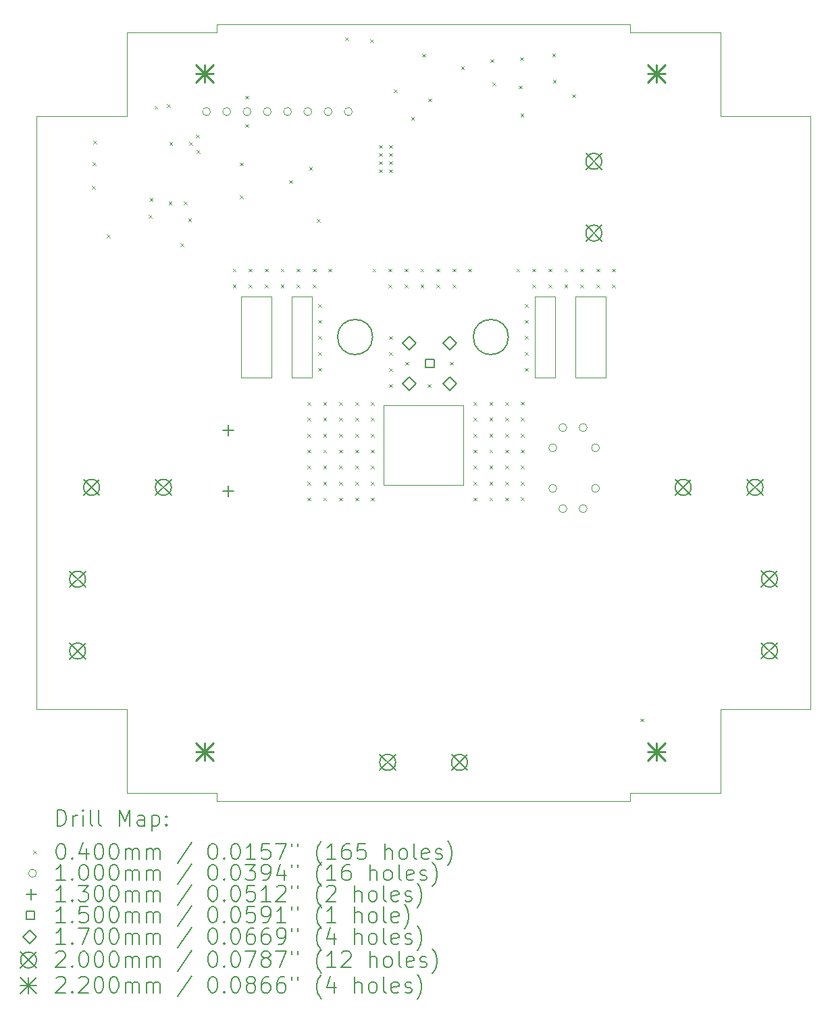
<source format=gbr>
%FSLAX45Y45*%
G04 Gerber Fmt 4.5, Leading zero omitted, Abs format (unit mm)*
G04 Created by KiCad (PCBNEW (6.0.5)) date 2023-05-08 02:21:28*
%MOMM*%
%LPD*%
G01*
G04 APERTURE LIST*
%TA.AperFunction,Profile*%
%ADD10C,0.050000*%
%TD*%
%TA.AperFunction,Profile*%
%ADD11C,0.150000*%
%TD*%
%TA.AperFunction,Profile*%
%ADD12C,0.100000*%
%TD*%
%ADD13C,0.200000*%
%ADD14C,0.040000*%
%ADD15C,0.100000*%
%ADD16C,0.130000*%
%ADD17C,0.150000*%
%ADD18C,0.170000*%
%ADD19C,0.220000*%
G04 APERTURE END LIST*
D10*
X21985800Y-4080680D02*
X20858400Y-4080680D01*
X20548600Y-8407400D02*
X20548600Y-7391400D01*
X20858400Y-3980680D02*
X20858400Y-4080680D01*
D11*
X17627600Y-7899400D02*
G75*
G03*
X17627600Y-7899400I-220000J0D01*
G01*
D10*
X20858400Y-3980680D02*
X15671200Y-3980680D01*
X21985600Y-13613560D02*
X21985600Y-12562000D01*
X20167600Y-7391400D02*
X20167600Y-8407400D01*
D12*
X17768000Y-9751000D02*
X18768000Y-9751000D01*
D10*
X15671200Y-4080680D02*
X14543800Y-4080680D01*
X14543800Y-5132240D02*
X13416400Y-5132240D01*
X20167600Y-8407400D02*
X20548600Y-8407400D01*
X16611600Y-8406897D02*
X16865600Y-8406897D01*
X21985800Y-5132240D02*
X21985800Y-4080680D01*
X19659600Y-8406897D02*
X19659600Y-7390896D01*
X19913600Y-8406897D02*
X19659600Y-8406897D01*
X16357600Y-7391400D02*
X15976600Y-7391400D01*
X15976600Y-8407400D02*
X16357600Y-8407400D01*
D12*
X18768000Y-9751000D02*
X18768000Y-8751000D01*
D10*
X20548600Y-7391400D02*
X20167600Y-7391400D01*
X23113000Y-12562000D02*
X21985600Y-12562000D01*
X14543600Y-12562000D02*
X13416200Y-12562000D01*
X16865600Y-7390896D02*
X16611600Y-7390896D01*
X14543800Y-5132240D02*
X14543800Y-4080680D01*
X15976600Y-7391400D02*
X15976600Y-8407400D01*
X15671000Y-13713560D02*
X15671000Y-13613560D01*
X13416400Y-5132240D02*
X13416200Y-12562000D01*
X15671000Y-13613560D02*
X14543600Y-13613560D01*
X21985600Y-13613560D02*
X20858200Y-13613560D01*
X20858200Y-13713560D02*
X15671000Y-13713560D01*
X23113000Y-12562000D02*
X23113200Y-5132240D01*
X19659600Y-7390896D02*
X19913600Y-7390896D01*
X23113200Y-5132240D02*
X21985800Y-5132240D01*
X15671200Y-4080680D02*
X15671200Y-3980680D01*
D12*
X17768000Y-8751000D02*
X18768000Y-8751000D01*
D10*
X16611600Y-7390896D02*
X16611600Y-8406897D01*
D11*
X19329400Y-7899400D02*
G75*
G03*
X19329400Y-7899400I-220000J0D01*
G01*
D10*
X16357600Y-8407400D02*
X16357600Y-7391400D01*
D12*
X17768000Y-9751000D02*
X17768000Y-8751000D01*
D10*
X19913600Y-7390896D02*
X19913600Y-8406897D01*
X20858200Y-13613560D02*
X20858200Y-13713560D01*
X16865600Y-8406897D02*
X16865600Y-7390896D01*
X14543600Y-13613560D02*
X14543600Y-12562000D01*
D13*
D14*
X14110000Y-6003000D02*
X14150000Y-6043000D01*
X14150000Y-6003000D02*
X14110000Y-6043000D01*
X14114000Y-5708000D02*
X14154000Y-5748000D01*
X14154000Y-5708000D02*
X14114000Y-5748000D01*
X14124000Y-5440000D02*
X14164000Y-5480000D01*
X14164000Y-5440000D02*
X14124000Y-5480000D01*
X14294000Y-6616000D02*
X14334000Y-6656000D01*
X14334000Y-6616000D02*
X14294000Y-6656000D01*
X14820000Y-6369000D02*
X14860000Y-6409000D01*
X14860000Y-6369000D02*
X14820000Y-6409000D01*
X14833000Y-6159000D02*
X14873000Y-6199000D01*
X14873000Y-6159000D02*
X14833000Y-6199000D01*
X14892000Y-5002000D02*
X14932000Y-5042000D01*
X14932000Y-5002000D02*
X14892000Y-5042000D01*
X15051000Y-4983000D02*
X15091000Y-5023000D01*
X15091000Y-4983000D02*
X15051000Y-5023000D01*
X15069750Y-6201250D02*
X15109750Y-6241250D01*
X15109750Y-6201250D02*
X15069750Y-6241250D01*
X15077000Y-5455000D02*
X15117000Y-5495000D01*
X15117000Y-5455000D02*
X15077000Y-5495000D01*
X15217000Y-6726000D02*
X15257000Y-6766000D01*
X15257000Y-6726000D02*
X15217000Y-6766000D01*
X15257250Y-6201250D02*
X15297250Y-6241250D01*
X15297250Y-6201250D02*
X15257250Y-6241250D01*
X15315750Y-6411250D02*
X15355750Y-6451250D01*
X15355750Y-6411250D02*
X15315750Y-6451250D01*
X15330000Y-5455000D02*
X15370000Y-5495000D01*
X15370000Y-5455000D02*
X15330000Y-5495000D01*
X15411000Y-5363000D02*
X15451000Y-5403000D01*
X15451000Y-5363000D02*
X15411000Y-5403000D01*
X15418000Y-5558000D02*
X15458000Y-5598000D01*
X15458000Y-5558000D02*
X15418000Y-5598000D01*
X15874200Y-7041200D02*
X15914200Y-7081200D01*
X15914200Y-7041200D02*
X15874200Y-7081200D01*
X15874200Y-7241200D02*
X15914200Y-7281200D01*
X15914200Y-7241200D02*
X15874200Y-7281200D01*
X15961500Y-6123000D02*
X16001500Y-6163000D01*
X16001500Y-6123000D02*
X15961500Y-6163000D01*
X15963500Y-5712000D02*
X16003500Y-5752000D01*
X16003500Y-5712000D02*
X15963500Y-5752000D01*
X16032800Y-4873800D02*
X16072800Y-4913800D01*
X16072800Y-4873800D02*
X16032800Y-4913800D01*
X16032800Y-5229000D02*
X16072800Y-5269000D01*
X16072800Y-5229000D02*
X16032800Y-5269000D01*
X16074200Y-7041200D02*
X16114200Y-7081200D01*
X16114200Y-7041200D02*
X16074200Y-7081200D01*
X16074200Y-7241200D02*
X16114200Y-7281200D01*
X16114200Y-7241200D02*
X16074200Y-7281200D01*
X16274200Y-7041200D02*
X16314200Y-7081200D01*
X16314200Y-7041200D02*
X16274200Y-7081200D01*
X16274200Y-7241200D02*
X16314200Y-7281200D01*
X16314200Y-7241200D02*
X16274200Y-7281200D01*
X16474200Y-7041200D02*
X16514200Y-7081200D01*
X16514200Y-7041200D02*
X16474200Y-7081200D01*
X16474200Y-7241200D02*
X16514200Y-7281200D01*
X16514200Y-7241200D02*
X16474200Y-7281200D01*
X16578500Y-5933500D02*
X16618500Y-5973500D01*
X16618500Y-5933500D02*
X16578500Y-5973500D01*
X16674200Y-7041200D02*
X16714200Y-7081200D01*
X16714200Y-7041200D02*
X16674200Y-7081200D01*
X16674200Y-7241200D02*
X16714200Y-7281200D01*
X16714200Y-7241200D02*
X16674200Y-7281200D01*
X16807600Y-8711400D02*
X16847600Y-8751400D01*
X16847600Y-8711400D02*
X16807600Y-8751400D01*
X16807600Y-8911400D02*
X16847600Y-8951400D01*
X16847600Y-8911400D02*
X16807600Y-8951400D01*
X16807600Y-9111400D02*
X16847600Y-9151400D01*
X16847600Y-9111400D02*
X16807600Y-9151400D01*
X16807600Y-9311400D02*
X16847600Y-9351400D01*
X16847600Y-9311400D02*
X16807600Y-9351400D01*
X16807600Y-9511400D02*
X16847600Y-9551400D01*
X16847600Y-9511400D02*
X16807600Y-9551400D01*
X16807600Y-9711400D02*
X16847600Y-9751400D01*
X16847600Y-9711400D02*
X16807600Y-9751400D01*
X16807600Y-9911400D02*
X16847600Y-9951400D01*
X16847600Y-9911400D02*
X16807600Y-9951400D01*
X16830000Y-5770000D02*
X16870000Y-5810000D01*
X16870000Y-5770000D02*
X16830000Y-5810000D01*
X16874200Y-7041200D02*
X16914200Y-7081200D01*
X16914200Y-7041200D02*
X16874200Y-7081200D01*
X16874200Y-7241200D02*
X16914200Y-7281200D01*
X16914200Y-7241200D02*
X16874200Y-7281200D01*
X16926000Y-6419000D02*
X16966000Y-6459000D01*
X16966000Y-6419000D02*
X16926000Y-6459000D01*
X16947200Y-7485800D02*
X16987200Y-7525800D01*
X16987200Y-7485800D02*
X16947200Y-7525800D01*
X16947200Y-7685800D02*
X16987200Y-7725800D01*
X16987200Y-7685800D02*
X16947200Y-7725800D01*
X16947200Y-7885800D02*
X16987200Y-7925800D01*
X16987200Y-7885800D02*
X16947200Y-7925800D01*
X16947200Y-8085800D02*
X16987200Y-8125800D01*
X16987200Y-8085800D02*
X16947200Y-8125800D01*
X16947200Y-8285800D02*
X16987200Y-8325800D01*
X16987200Y-8285800D02*
X16947200Y-8325800D01*
X17007600Y-8711400D02*
X17047600Y-8751400D01*
X17047600Y-8711400D02*
X17007600Y-8751400D01*
X17007600Y-8911400D02*
X17047600Y-8951400D01*
X17047600Y-8911400D02*
X17007600Y-8951400D01*
X17007600Y-9111400D02*
X17047600Y-9151400D01*
X17047600Y-9111400D02*
X17007600Y-9151400D01*
X17007600Y-9311400D02*
X17047600Y-9351400D01*
X17047600Y-9311400D02*
X17007600Y-9351400D01*
X17007600Y-9511400D02*
X17047600Y-9551400D01*
X17047600Y-9511400D02*
X17007600Y-9551400D01*
X17007600Y-9711400D02*
X17047600Y-9751400D01*
X17047600Y-9711400D02*
X17007600Y-9751400D01*
X17007600Y-9911400D02*
X17047600Y-9951400D01*
X17047600Y-9911400D02*
X17007600Y-9951400D01*
X17074200Y-7041200D02*
X17114200Y-7081200D01*
X17114200Y-7041200D02*
X17074200Y-7081200D01*
X17207600Y-8711400D02*
X17247600Y-8751400D01*
X17247600Y-8711400D02*
X17207600Y-8751400D01*
X17207600Y-8911400D02*
X17247600Y-8951400D01*
X17247600Y-8911400D02*
X17207600Y-8951400D01*
X17207600Y-9111400D02*
X17247600Y-9151400D01*
X17247600Y-9111400D02*
X17207600Y-9151400D01*
X17207600Y-9311400D02*
X17247600Y-9351400D01*
X17247600Y-9311400D02*
X17207600Y-9351400D01*
X17207600Y-9511400D02*
X17247600Y-9551400D01*
X17247600Y-9511400D02*
X17207600Y-9551400D01*
X17207600Y-9711400D02*
X17247600Y-9751400D01*
X17247600Y-9711400D02*
X17207600Y-9751400D01*
X17207600Y-9911400D02*
X17247600Y-9951400D01*
X17247600Y-9911400D02*
X17207600Y-9951400D01*
X17281000Y-4141000D02*
X17321000Y-4181000D01*
X17321000Y-4141000D02*
X17281000Y-4181000D01*
X17407600Y-8711400D02*
X17447600Y-8751400D01*
X17447600Y-8711400D02*
X17407600Y-8751400D01*
X17407600Y-8911400D02*
X17447600Y-8951400D01*
X17447600Y-8911400D02*
X17407600Y-8951400D01*
X17407600Y-9111400D02*
X17447600Y-9151400D01*
X17447600Y-9111400D02*
X17407600Y-9151400D01*
X17407600Y-9311400D02*
X17447600Y-9351400D01*
X17447600Y-9311400D02*
X17407600Y-9351400D01*
X17407600Y-9511400D02*
X17447600Y-9551400D01*
X17447600Y-9511400D02*
X17407600Y-9551400D01*
X17407600Y-9711400D02*
X17447600Y-9751400D01*
X17447600Y-9711400D02*
X17407600Y-9751400D01*
X17407600Y-9911400D02*
X17447600Y-9951400D01*
X17447600Y-9911400D02*
X17407600Y-9951400D01*
X17597300Y-4167600D02*
X17637300Y-4207600D01*
X17637300Y-4167600D02*
X17597300Y-4207600D01*
X17607600Y-8711400D02*
X17647600Y-8751400D01*
X17647600Y-8711400D02*
X17607600Y-8751400D01*
X17607600Y-8911400D02*
X17647600Y-8951400D01*
X17647600Y-8911400D02*
X17607600Y-8951400D01*
X17607600Y-9111400D02*
X17647600Y-9151400D01*
X17647600Y-9111400D02*
X17607600Y-9151400D01*
X17607600Y-9311400D02*
X17647600Y-9351400D01*
X17647600Y-9311400D02*
X17607600Y-9351400D01*
X17607600Y-9511400D02*
X17647600Y-9551400D01*
X17647600Y-9511400D02*
X17607600Y-9551400D01*
X17607600Y-9711400D02*
X17647600Y-9751400D01*
X17647600Y-9711400D02*
X17607600Y-9751400D01*
X17607600Y-9911400D02*
X17647600Y-9951400D01*
X17647600Y-9911400D02*
X17607600Y-9951400D01*
X17626800Y-7041200D02*
X17666800Y-7081200D01*
X17666800Y-7041200D02*
X17626800Y-7081200D01*
X17709200Y-5491800D02*
X17749200Y-5531800D01*
X17749200Y-5491800D02*
X17709200Y-5531800D01*
X17709200Y-5593400D02*
X17749200Y-5633400D01*
X17749200Y-5593400D02*
X17709200Y-5633400D01*
X17709200Y-5695000D02*
X17749200Y-5735000D01*
X17749200Y-5695000D02*
X17709200Y-5735000D01*
X17709200Y-5796600D02*
X17749200Y-5836600D01*
X17749200Y-5796600D02*
X17709200Y-5836600D01*
X17826800Y-7041200D02*
X17866800Y-7081200D01*
X17866800Y-7041200D02*
X17826800Y-7081200D01*
X17826800Y-7241200D02*
X17866800Y-7281200D01*
X17866800Y-7241200D02*
X17826800Y-7281200D01*
X17836200Y-5491800D02*
X17876200Y-5531800D01*
X17876200Y-5491800D02*
X17836200Y-5531800D01*
X17836200Y-5593400D02*
X17876200Y-5633400D01*
X17876200Y-5593400D02*
X17836200Y-5633400D01*
X17836200Y-5695000D02*
X17876200Y-5735000D01*
X17876200Y-5695000D02*
X17836200Y-5735000D01*
X17836200Y-5796600D02*
X17876200Y-5836600D01*
X17876200Y-5796600D02*
X17836200Y-5836600D01*
X17836200Y-7889000D02*
X17876200Y-7929000D01*
X17876200Y-7889000D02*
X17836200Y-7929000D01*
X17836200Y-8089000D02*
X17876200Y-8129000D01*
X17876200Y-8089000D02*
X17836200Y-8129000D01*
X17836200Y-8289000D02*
X17876200Y-8329000D01*
X17876200Y-8289000D02*
X17836200Y-8329000D01*
X17836200Y-8489000D02*
X17876200Y-8529000D01*
X17876200Y-8489000D02*
X17836200Y-8529000D01*
X17891300Y-4795600D02*
X17931300Y-4835600D01*
X17931300Y-4795600D02*
X17891300Y-4835600D01*
X18026800Y-7041200D02*
X18066800Y-7081200D01*
X18066800Y-7041200D02*
X18026800Y-7081200D01*
X18026800Y-7241200D02*
X18066800Y-7281200D01*
X18066800Y-7241200D02*
X18026800Y-7281200D01*
X18039400Y-8209600D02*
X18079400Y-8249600D01*
X18079400Y-8209600D02*
X18039400Y-8249600D01*
X18109800Y-5139100D02*
X18149800Y-5179100D01*
X18149800Y-5139100D02*
X18109800Y-5179100D01*
X18226800Y-7041200D02*
X18266800Y-7081200D01*
X18266800Y-7041200D02*
X18226800Y-7081200D01*
X18226800Y-7241200D02*
X18266800Y-7281200D01*
X18266800Y-7241200D02*
X18226800Y-7281200D01*
X18251300Y-4349600D02*
X18291300Y-4389600D01*
X18291300Y-4349600D02*
X18251300Y-4389600D01*
X18318800Y-8489000D02*
X18358800Y-8529000D01*
X18358800Y-8489000D02*
X18318800Y-8529000D01*
X18327300Y-4907600D02*
X18367300Y-4947600D01*
X18367300Y-4907600D02*
X18327300Y-4947600D01*
X18426800Y-7041200D02*
X18466800Y-7081200D01*
X18466800Y-7041200D02*
X18426800Y-7081200D01*
X18426800Y-7241200D02*
X18466800Y-7281200D01*
X18466800Y-7241200D02*
X18426800Y-7281200D01*
X18598200Y-8209600D02*
X18638200Y-8249600D01*
X18638200Y-8209600D02*
X18598200Y-8249600D01*
X18626800Y-7041200D02*
X18666800Y-7081200D01*
X18666800Y-7041200D02*
X18626800Y-7081200D01*
X18626800Y-7241200D02*
X18666800Y-7281200D01*
X18666800Y-7241200D02*
X18626800Y-7281200D01*
X18735300Y-4503600D02*
X18775300Y-4543600D01*
X18775300Y-4503600D02*
X18735300Y-4543600D01*
X18826800Y-7041200D02*
X18866800Y-7081200D01*
X18866800Y-7041200D02*
X18826800Y-7081200D01*
X18890400Y-8711400D02*
X18930400Y-8751400D01*
X18930400Y-8711400D02*
X18890400Y-8751400D01*
X18890400Y-8911400D02*
X18930400Y-8951400D01*
X18930400Y-8911400D02*
X18890400Y-8951400D01*
X18890400Y-9111400D02*
X18930400Y-9151400D01*
X18930400Y-9111400D02*
X18890400Y-9151400D01*
X18890400Y-9311400D02*
X18930400Y-9351400D01*
X18930400Y-9311400D02*
X18890400Y-9351400D01*
X18890400Y-9511400D02*
X18930400Y-9551400D01*
X18930400Y-9511400D02*
X18890400Y-9551400D01*
X18890400Y-9711400D02*
X18930400Y-9751400D01*
X18930400Y-9711400D02*
X18890400Y-9751400D01*
X18890400Y-9911400D02*
X18930400Y-9951400D01*
X18930400Y-9911400D02*
X18890400Y-9951400D01*
X19090400Y-8711400D02*
X19130400Y-8751400D01*
X19130400Y-8711400D02*
X19090400Y-8751400D01*
X19090400Y-8911400D02*
X19130400Y-8951400D01*
X19130400Y-8911400D02*
X19090400Y-8951400D01*
X19090400Y-9111400D02*
X19130400Y-9151400D01*
X19130400Y-9111400D02*
X19090400Y-9151400D01*
X19090400Y-9311400D02*
X19130400Y-9351400D01*
X19130400Y-9311400D02*
X19090400Y-9351400D01*
X19090400Y-9511400D02*
X19130400Y-9551400D01*
X19130400Y-9511400D02*
X19090400Y-9551400D01*
X19090400Y-9711400D02*
X19130400Y-9751400D01*
X19130400Y-9711400D02*
X19090400Y-9751400D01*
X19090400Y-9911400D02*
X19130400Y-9951400D01*
X19130400Y-9911400D02*
X19090400Y-9951400D01*
X19101550Y-4417350D02*
X19141550Y-4457350D01*
X19141550Y-4417350D02*
X19101550Y-4457350D01*
X19131300Y-4708600D02*
X19171300Y-4748600D01*
X19171300Y-4708600D02*
X19131300Y-4748600D01*
X19290400Y-8711400D02*
X19330400Y-8751400D01*
X19330400Y-8711400D02*
X19290400Y-8751400D01*
X19290400Y-8911400D02*
X19330400Y-8951400D01*
X19330400Y-8911400D02*
X19290400Y-8951400D01*
X19290400Y-9111400D02*
X19330400Y-9151400D01*
X19330400Y-9111400D02*
X19290400Y-9151400D01*
X19290400Y-9311400D02*
X19330400Y-9351400D01*
X19330400Y-9311400D02*
X19290400Y-9351400D01*
X19290400Y-9511400D02*
X19330400Y-9551400D01*
X19330400Y-9511400D02*
X19290400Y-9551400D01*
X19290400Y-9711400D02*
X19330400Y-9751400D01*
X19330400Y-9711400D02*
X19290400Y-9751400D01*
X19290400Y-9911400D02*
X19330400Y-9951400D01*
X19330400Y-9911400D02*
X19290400Y-9951400D01*
X19430200Y-7041200D02*
X19470200Y-7081200D01*
X19470200Y-7041200D02*
X19430200Y-7081200D01*
X19461300Y-4747600D02*
X19501300Y-4787600D01*
X19501300Y-4747600D02*
X19461300Y-4787600D01*
X19474300Y-4390600D02*
X19514300Y-4430600D01*
X19514300Y-4390600D02*
X19474300Y-4430600D01*
X19480800Y-5098100D02*
X19520800Y-5138100D01*
X19520800Y-5098100D02*
X19480800Y-5138100D01*
X19487200Y-8710362D02*
X19527200Y-8750362D01*
X19527200Y-8710362D02*
X19487200Y-8750362D01*
X19487200Y-8910362D02*
X19527200Y-8950362D01*
X19527200Y-8910362D02*
X19487200Y-8950362D01*
X19487200Y-9110362D02*
X19527200Y-9150362D01*
X19527200Y-9110362D02*
X19487200Y-9150362D01*
X19487200Y-9310362D02*
X19527200Y-9350362D01*
X19527200Y-9310362D02*
X19487200Y-9350362D01*
X19487200Y-9510362D02*
X19527200Y-9550362D01*
X19527200Y-9510362D02*
X19487200Y-9550362D01*
X19487200Y-9710362D02*
X19527200Y-9750362D01*
X19527200Y-9710362D02*
X19487200Y-9750362D01*
X19487200Y-9910362D02*
X19527200Y-9950362D01*
X19527200Y-9910362D02*
X19487200Y-9950362D01*
X19538000Y-7485800D02*
X19578000Y-7525800D01*
X19578000Y-7485800D02*
X19538000Y-7525800D01*
X19538000Y-7685800D02*
X19578000Y-7725800D01*
X19578000Y-7685800D02*
X19538000Y-7725800D01*
X19538000Y-7885800D02*
X19578000Y-7925800D01*
X19578000Y-7885800D02*
X19538000Y-7925800D01*
X19538000Y-8085800D02*
X19578000Y-8125800D01*
X19578000Y-8085800D02*
X19538000Y-8125800D01*
X19538000Y-8285800D02*
X19578000Y-8325800D01*
X19578000Y-8285800D02*
X19538000Y-8325800D01*
X19630200Y-7041200D02*
X19670200Y-7081200D01*
X19670200Y-7041200D02*
X19630200Y-7081200D01*
X19630200Y-7241200D02*
X19670200Y-7281200D01*
X19670200Y-7241200D02*
X19630200Y-7281200D01*
X19830200Y-7041200D02*
X19870200Y-7081200D01*
X19870200Y-7041200D02*
X19830200Y-7081200D01*
X19830200Y-7241200D02*
X19870200Y-7281200D01*
X19870200Y-7241200D02*
X19830200Y-7281200D01*
X19879000Y-4342000D02*
X19919000Y-4382000D01*
X19919000Y-4342000D02*
X19879000Y-4382000D01*
X19887000Y-4673000D02*
X19927000Y-4713000D01*
X19927000Y-4673000D02*
X19887000Y-4713000D01*
X20030200Y-7041200D02*
X20070200Y-7081200D01*
X20070200Y-7041200D02*
X20030200Y-7081200D01*
X20030200Y-7241200D02*
X20070200Y-7281200D01*
X20070200Y-7241200D02*
X20030200Y-7281200D01*
X20125760Y-4857760D02*
X20165760Y-4897760D01*
X20165760Y-4857760D02*
X20125760Y-4897760D01*
X20230200Y-7041200D02*
X20270200Y-7081200D01*
X20270200Y-7041200D02*
X20230200Y-7081200D01*
X20230200Y-7241200D02*
X20270200Y-7281200D01*
X20270200Y-7241200D02*
X20230200Y-7281200D01*
X20430200Y-7041200D02*
X20470200Y-7081200D01*
X20470200Y-7041200D02*
X20430200Y-7081200D01*
X20430200Y-7241200D02*
X20470200Y-7281200D01*
X20470200Y-7241200D02*
X20430200Y-7281200D01*
X20630200Y-7041200D02*
X20670200Y-7081200D01*
X20670200Y-7041200D02*
X20630200Y-7081200D01*
X20630200Y-7241200D02*
X20670200Y-7281200D01*
X20670200Y-7241200D02*
X20630200Y-7281200D01*
X20985800Y-12680000D02*
X21025800Y-12720000D01*
X21025800Y-12680000D02*
X20985800Y-12720000D01*
D15*
X15594800Y-5073800D02*
G75*
G03*
X15594800Y-5073800I-50000J0D01*
G01*
X15848800Y-5073800D02*
G75*
G03*
X15848800Y-5073800I-50000J0D01*
G01*
X16102800Y-5073800D02*
G75*
G03*
X16102800Y-5073800I-50000J0D01*
G01*
X16356800Y-5073800D02*
G75*
G03*
X16356800Y-5073800I-50000J0D01*
G01*
X16610800Y-5073800D02*
G75*
G03*
X16610800Y-5073800I-50000J0D01*
G01*
X16864800Y-5073800D02*
G75*
G03*
X16864800Y-5073800I-50000J0D01*
G01*
X17118800Y-5073800D02*
G75*
G03*
X17118800Y-5073800I-50000J0D01*
G01*
X17372800Y-5073800D02*
G75*
G03*
X17372800Y-5073800I-50000J0D01*
G01*
X19934600Y-9288300D02*
G75*
G03*
X19934600Y-9288300I-50000J0D01*
G01*
X19934600Y-9796300D02*
G75*
G03*
X19934600Y-9796300I-50000J0D01*
G01*
X20061600Y-9034300D02*
G75*
G03*
X20061600Y-9034300I-50000J0D01*
G01*
X20061600Y-10050300D02*
G75*
G03*
X20061600Y-10050300I-50000J0D01*
G01*
X20315600Y-9034300D02*
G75*
G03*
X20315600Y-9034300I-50000J0D01*
G01*
X20315600Y-10050300D02*
G75*
G03*
X20315600Y-10050300I-50000J0D01*
G01*
X20471600Y-9288300D02*
G75*
G03*
X20471600Y-9288300I-50000J0D01*
G01*
X20471600Y-9796300D02*
G75*
G03*
X20471600Y-9796300I-50000J0D01*
G01*
D16*
X15817000Y-9002000D02*
X15817000Y-9132000D01*
X15752000Y-9067000D02*
X15882000Y-9067000D01*
X15817000Y-9764000D02*
X15817000Y-9894000D01*
X15752000Y-9829000D02*
X15882000Y-9829000D01*
D17*
X18396178Y-8282130D02*
X18396178Y-8176063D01*
X18290111Y-8176063D01*
X18290111Y-8282130D01*
X18396178Y-8282130D01*
D18*
X18089144Y-8060096D02*
X18174144Y-7975096D01*
X18089144Y-7890096D01*
X18004144Y-7975096D01*
X18089144Y-8060096D01*
X18089144Y-8568097D02*
X18174144Y-8483097D01*
X18089144Y-8398097D01*
X18004144Y-8483097D01*
X18089144Y-8568097D01*
X18597144Y-8060096D02*
X18682144Y-7975096D01*
X18597144Y-7890096D01*
X18512144Y-7975096D01*
X18597144Y-8060096D01*
X18597144Y-8568097D02*
X18682144Y-8483097D01*
X18597144Y-8398097D01*
X18512144Y-8483097D01*
X18597144Y-8568097D01*
D13*
X13828000Y-10835000D02*
X14028000Y-11035000D01*
X14028000Y-10835000D02*
X13828000Y-11035000D01*
X14028000Y-10935000D02*
G75*
G03*
X14028000Y-10935000I-100000J0D01*
G01*
X13828000Y-11735000D02*
X14028000Y-11935000D01*
X14028000Y-11735000D02*
X13828000Y-11935000D01*
X14028000Y-11835000D02*
G75*
G03*
X14028000Y-11835000I-100000J0D01*
G01*
X14004200Y-9683000D02*
X14204200Y-9883000D01*
X14204200Y-9683000D02*
X14004200Y-9883000D01*
X14204200Y-9783000D02*
G75*
G03*
X14204200Y-9783000I-100000J0D01*
G01*
X14904200Y-9683000D02*
X15104200Y-9883000D01*
X15104200Y-9683000D02*
X14904200Y-9883000D01*
X15104200Y-9783000D02*
G75*
G03*
X15104200Y-9783000I-100000J0D01*
G01*
X17716000Y-13131000D02*
X17916000Y-13331000D01*
X17916000Y-13131000D02*
X17716000Y-13331000D01*
X17916000Y-13231000D02*
G75*
G03*
X17916000Y-13231000I-100000J0D01*
G01*
X18616000Y-13131000D02*
X18816000Y-13331000D01*
X18816000Y-13131000D02*
X18616000Y-13331000D01*
X18816000Y-13231000D02*
G75*
G03*
X18816000Y-13231000I-100000J0D01*
G01*
X20300800Y-5596800D02*
X20500800Y-5796800D01*
X20500800Y-5596800D02*
X20300800Y-5796800D01*
X20500800Y-5696800D02*
G75*
G03*
X20500800Y-5696800I-100000J0D01*
G01*
X20300800Y-6496800D02*
X20500800Y-6696800D01*
X20500800Y-6496800D02*
X20300800Y-6696800D01*
X20500800Y-6596800D02*
G75*
G03*
X20500800Y-6596800I-100000J0D01*
G01*
X21421000Y-9683000D02*
X21621000Y-9883000D01*
X21621000Y-9683000D02*
X21421000Y-9883000D01*
X21621000Y-9783000D02*
G75*
G03*
X21621000Y-9783000I-100000J0D01*
G01*
X22321000Y-9683000D02*
X22521000Y-9883000D01*
X22521000Y-9683000D02*
X22321000Y-9883000D01*
X22521000Y-9783000D02*
G75*
G03*
X22521000Y-9783000I-100000J0D01*
G01*
X22502000Y-10833000D02*
X22702000Y-11033000D01*
X22702000Y-10833000D02*
X22502000Y-11033000D01*
X22702000Y-10933000D02*
G75*
G03*
X22702000Y-10933000I-100000J0D01*
G01*
X22502000Y-11733000D02*
X22702000Y-11933000D01*
X22702000Y-11733000D02*
X22502000Y-11933000D01*
X22702000Y-11833000D02*
G75*
G03*
X22702000Y-11833000I-100000J0D01*
G01*
D19*
X15408200Y-4486560D02*
X15628200Y-4706560D01*
X15628200Y-4486560D02*
X15408200Y-4706560D01*
X15518200Y-4486560D02*
X15518200Y-4706560D01*
X15408200Y-4596560D02*
X15628200Y-4596560D01*
X15408200Y-12986560D02*
X15628200Y-13206560D01*
X15628200Y-12986560D02*
X15408200Y-13206560D01*
X15518200Y-12986560D02*
X15518200Y-13206560D01*
X15408200Y-13096560D02*
X15628200Y-13096560D01*
X21075600Y-4486560D02*
X21295600Y-4706560D01*
X21295600Y-4486560D02*
X21075600Y-4706560D01*
X21185600Y-4486560D02*
X21185600Y-4706560D01*
X21075600Y-4596560D02*
X21295600Y-4596560D01*
X21075600Y-12986560D02*
X21295600Y-13206560D01*
X21295600Y-12986560D02*
X21075600Y-13206560D01*
X21185600Y-12986560D02*
X21185600Y-13206560D01*
X21075600Y-13096560D02*
X21295600Y-13096560D01*
D13*
X13671319Y-14026536D02*
X13671319Y-13826536D01*
X13718938Y-13826536D01*
X13747509Y-13836060D01*
X13766557Y-13855108D01*
X13776081Y-13874155D01*
X13785605Y-13912250D01*
X13785605Y-13940822D01*
X13776081Y-13978917D01*
X13766557Y-13997965D01*
X13747509Y-14017012D01*
X13718938Y-14026536D01*
X13671319Y-14026536D01*
X13871319Y-14026536D02*
X13871319Y-13893203D01*
X13871319Y-13931298D02*
X13880843Y-13912250D01*
X13890367Y-13902727D01*
X13909414Y-13893203D01*
X13928462Y-13893203D01*
X13995128Y-14026536D02*
X13995128Y-13893203D01*
X13995128Y-13826536D02*
X13985605Y-13836060D01*
X13995128Y-13845584D01*
X14004652Y-13836060D01*
X13995128Y-13826536D01*
X13995128Y-13845584D01*
X14118938Y-14026536D02*
X14099890Y-14017012D01*
X14090367Y-13997965D01*
X14090367Y-13826536D01*
X14223700Y-14026536D02*
X14204652Y-14017012D01*
X14195128Y-13997965D01*
X14195128Y-13826536D01*
X14452271Y-14026536D02*
X14452271Y-13826536D01*
X14518938Y-13969393D01*
X14585605Y-13826536D01*
X14585605Y-14026536D01*
X14766557Y-14026536D02*
X14766557Y-13921774D01*
X14757033Y-13902727D01*
X14737986Y-13893203D01*
X14699890Y-13893203D01*
X14680843Y-13902727D01*
X14766557Y-14017012D02*
X14747509Y-14026536D01*
X14699890Y-14026536D01*
X14680843Y-14017012D01*
X14671319Y-13997965D01*
X14671319Y-13978917D01*
X14680843Y-13959869D01*
X14699890Y-13950346D01*
X14747509Y-13950346D01*
X14766557Y-13940822D01*
X14861795Y-13893203D02*
X14861795Y-14093203D01*
X14861795Y-13902727D02*
X14880843Y-13893203D01*
X14918938Y-13893203D01*
X14937986Y-13902727D01*
X14947509Y-13912250D01*
X14957033Y-13931298D01*
X14957033Y-13988441D01*
X14947509Y-14007488D01*
X14937986Y-14017012D01*
X14918938Y-14026536D01*
X14880843Y-14026536D01*
X14861795Y-14017012D01*
X15042748Y-14007488D02*
X15052271Y-14017012D01*
X15042748Y-14026536D01*
X15033224Y-14017012D01*
X15042748Y-14007488D01*
X15042748Y-14026536D01*
X15042748Y-13902727D02*
X15052271Y-13912250D01*
X15042748Y-13921774D01*
X15033224Y-13912250D01*
X15042748Y-13902727D01*
X15042748Y-13921774D01*
D14*
X13373700Y-14336060D02*
X13413700Y-14376060D01*
X13413700Y-14336060D02*
X13373700Y-14376060D01*
D13*
X13709414Y-14246536D02*
X13728462Y-14246536D01*
X13747509Y-14256060D01*
X13757033Y-14265584D01*
X13766557Y-14284631D01*
X13776081Y-14322727D01*
X13776081Y-14370346D01*
X13766557Y-14408441D01*
X13757033Y-14427488D01*
X13747509Y-14437012D01*
X13728462Y-14446536D01*
X13709414Y-14446536D01*
X13690367Y-14437012D01*
X13680843Y-14427488D01*
X13671319Y-14408441D01*
X13661795Y-14370346D01*
X13661795Y-14322727D01*
X13671319Y-14284631D01*
X13680843Y-14265584D01*
X13690367Y-14256060D01*
X13709414Y-14246536D01*
X13861795Y-14427488D02*
X13871319Y-14437012D01*
X13861795Y-14446536D01*
X13852271Y-14437012D01*
X13861795Y-14427488D01*
X13861795Y-14446536D01*
X14042748Y-14313203D02*
X14042748Y-14446536D01*
X13995128Y-14237012D02*
X13947509Y-14379869D01*
X14071319Y-14379869D01*
X14185605Y-14246536D02*
X14204652Y-14246536D01*
X14223700Y-14256060D01*
X14233224Y-14265584D01*
X14242748Y-14284631D01*
X14252271Y-14322727D01*
X14252271Y-14370346D01*
X14242748Y-14408441D01*
X14233224Y-14427488D01*
X14223700Y-14437012D01*
X14204652Y-14446536D01*
X14185605Y-14446536D01*
X14166557Y-14437012D01*
X14157033Y-14427488D01*
X14147509Y-14408441D01*
X14137986Y-14370346D01*
X14137986Y-14322727D01*
X14147509Y-14284631D01*
X14157033Y-14265584D01*
X14166557Y-14256060D01*
X14185605Y-14246536D01*
X14376081Y-14246536D02*
X14395128Y-14246536D01*
X14414176Y-14256060D01*
X14423700Y-14265584D01*
X14433224Y-14284631D01*
X14442748Y-14322727D01*
X14442748Y-14370346D01*
X14433224Y-14408441D01*
X14423700Y-14427488D01*
X14414176Y-14437012D01*
X14395128Y-14446536D01*
X14376081Y-14446536D01*
X14357033Y-14437012D01*
X14347509Y-14427488D01*
X14337986Y-14408441D01*
X14328462Y-14370346D01*
X14328462Y-14322727D01*
X14337986Y-14284631D01*
X14347509Y-14265584D01*
X14357033Y-14256060D01*
X14376081Y-14246536D01*
X14528462Y-14446536D02*
X14528462Y-14313203D01*
X14528462Y-14332250D02*
X14537986Y-14322727D01*
X14557033Y-14313203D01*
X14585605Y-14313203D01*
X14604652Y-14322727D01*
X14614176Y-14341774D01*
X14614176Y-14446536D01*
X14614176Y-14341774D02*
X14623700Y-14322727D01*
X14642748Y-14313203D01*
X14671319Y-14313203D01*
X14690367Y-14322727D01*
X14699890Y-14341774D01*
X14699890Y-14446536D01*
X14795128Y-14446536D02*
X14795128Y-14313203D01*
X14795128Y-14332250D02*
X14804652Y-14322727D01*
X14823700Y-14313203D01*
X14852271Y-14313203D01*
X14871319Y-14322727D01*
X14880843Y-14341774D01*
X14880843Y-14446536D01*
X14880843Y-14341774D02*
X14890367Y-14322727D01*
X14909414Y-14313203D01*
X14937986Y-14313203D01*
X14957033Y-14322727D01*
X14966557Y-14341774D01*
X14966557Y-14446536D01*
X15357033Y-14237012D02*
X15185605Y-14494155D01*
X15614176Y-14246536D02*
X15633224Y-14246536D01*
X15652271Y-14256060D01*
X15661795Y-14265584D01*
X15671319Y-14284631D01*
X15680843Y-14322727D01*
X15680843Y-14370346D01*
X15671319Y-14408441D01*
X15661795Y-14427488D01*
X15652271Y-14437012D01*
X15633224Y-14446536D01*
X15614176Y-14446536D01*
X15595128Y-14437012D01*
X15585605Y-14427488D01*
X15576081Y-14408441D01*
X15566557Y-14370346D01*
X15566557Y-14322727D01*
X15576081Y-14284631D01*
X15585605Y-14265584D01*
X15595128Y-14256060D01*
X15614176Y-14246536D01*
X15766557Y-14427488D02*
X15776081Y-14437012D01*
X15766557Y-14446536D01*
X15757033Y-14437012D01*
X15766557Y-14427488D01*
X15766557Y-14446536D01*
X15899890Y-14246536D02*
X15918938Y-14246536D01*
X15937986Y-14256060D01*
X15947509Y-14265584D01*
X15957033Y-14284631D01*
X15966557Y-14322727D01*
X15966557Y-14370346D01*
X15957033Y-14408441D01*
X15947509Y-14427488D01*
X15937986Y-14437012D01*
X15918938Y-14446536D01*
X15899890Y-14446536D01*
X15880843Y-14437012D01*
X15871319Y-14427488D01*
X15861795Y-14408441D01*
X15852271Y-14370346D01*
X15852271Y-14322727D01*
X15861795Y-14284631D01*
X15871319Y-14265584D01*
X15880843Y-14256060D01*
X15899890Y-14246536D01*
X16157033Y-14446536D02*
X16042748Y-14446536D01*
X16099890Y-14446536D02*
X16099890Y-14246536D01*
X16080843Y-14275108D01*
X16061795Y-14294155D01*
X16042748Y-14303679D01*
X16337986Y-14246536D02*
X16242748Y-14246536D01*
X16233224Y-14341774D01*
X16242748Y-14332250D01*
X16261795Y-14322727D01*
X16309414Y-14322727D01*
X16328462Y-14332250D01*
X16337986Y-14341774D01*
X16347509Y-14360822D01*
X16347509Y-14408441D01*
X16337986Y-14427488D01*
X16328462Y-14437012D01*
X16309414Y-14446536D01*
X16261795Y-14446536D01*
X16242748Y-14437012D01*
X16233224Y-14427488D01*
X16414176Y-14246536D02*
X16547509Y-14246536D01*
X16461795Y-14446536D01*
X16614176Y-14246536D02*
X16614176Y-14284631D01*
X16690367Y-14246536D02*
X16690367Y-14284631D01*
X16985605Y-14522727D02*
X16976081Y-14513203D01*
X16957033Y-14484631D01*
X16947510Y-14465584D01*
X16937986Y-14437012D01*
X16928462Y-14389393D01*
X16928462Y-14351298D01*
X16937986Y-14303679D01*
X16947510Y-14275108D01*
X16957033Y-14256060D01*
X16976081Y-14227488D01*
X16985605Y-14217965D01*
X17166557Y-14446536D02*
X17052271Y-14446536D01*
X17109414Y-14446536D02*
X17109414Y-14246536D01*
X17090367Y-14275108D01*
X17071319Y-14294155D01*
X17052271Y-14303679D01*
X17337986Y-14246536D02*
X17299890Y-14246536D01*
X17280843Y-14256060D01*
X17271319Y-14265584D01*
X17252271Y-14294155D01*
X17242748Y-14332250D01*
X17242748Y-14408441D01*
X17252271Y-14427488D01*
X17261795Y-14437012D01*
X17280843Y-14446536D01*
X17318938Y-14446536D01*
X17337986Y-14437012D01*
X17347510Y-14427488D01*
X17357033Y-14408441D01*
X17357033Y-14360822D01*
X17347510Y-14341774D01*
X17337986Y-14332250D01*
X17318938Y-14322727D01*
X17280843Y-14322727D01*
X17261795Y-14332250D01*
X17252271Y-14341774D01*
X17242748Y-14360822D01*
X17537986Y-14246536D02*
X17442748Y-14246536D01*
X17433224Y-14341774D01*
X17442748Y-14332250D01*
X17461795Y-14322727D01*
X17509414Y-14322727D01*
X17528462Y-14332250D01*
X17537986Y-14341774D01*
X17547510Y-14360822D01*
X17547510Y-14408441D01*
X17537986Y-14427488D01*
X17528462Y-14437012D01*
X17509414Y-14446536D01*
X17461795Y-14446536D01*
X17442748Y-14437012D01*
X17433224Y-14427488D01*
X17785605Y-14446536D02*
X17785605Y-14246536D01*
X17871319Y-14446536D02*
X17871319Y-14341774D01*
X17861795Y-14322727D01*
X17842748Y-14313203D01*
X17814176Y-14313203D01*
X17795129Y-14322727D01*
X17785605Y-14332250D01*
X17995129Y-14446536D02*
X17976081Y-14437012D01*
X17966557Y-14427488D01*
X17957033Y-14408441D01*
X17957033Y-14351298D01*
X17966557Y-14332250D01*
X17976081Y-14322727D01*
X17995129Y-14313203D01*
X18023700Y-14313203D01*
X18042748Y-14322727D01*
X18052271Y-14332250D01*
X18061795Y-14351298D01*
X18061795Y-14408441D01*
X18052271Y-14427488D01*
X18042748Y-14437012D01*
X18023700Y-14446536D01*
X17995129Y-14446536D01*
X18176081Y-14446536D02*
X18157033Y-14437012D01*
X18147510Y-14417965D01*
X18147510Y-14246536D01*
X18328462Y-14437012D02*
X18309414Y-14446536D01*
X18271319Y-14446536D01*
X18252271Y-14437012D01*
X18242748Y-14417965D01*
X18242748Y-14341774D01*
X18252271Y-14322727D01*
X18271319Y-14313203D01*
X18309414Y-14313203D01*
X18328462Y-14322727D01*
X18337986Y-14341774D01*
X18337986Y-14360822D01*
X18242748Y-14379869D01*
X18414176Y-14437012D02*
X18433224Y-14446536D01*
X18471319Y-14446536D01*
X18490367Y-14437012D01*
X18499890Y-14417965D01*
X18499890Y-14408441D01*
X18490367Y-14389393D01*
X18471319Y-14379869D01*
X18442748Y-14379869D01*
X18423700Y-14370346D01*
X18414176Y-14351298D01*
X18414176Y-14341774D01*
X18423700Y-14322727D01*
X18442748Y-14313203D01*
X18471319Y-14313203D01*
X18490367Y-14322727D01*
X18566557Y-14522727D02*
X18576081Y-14513203D01*
X18595129Y-14484631D01*
X18604652Y-14465584D01*
X18614176Y-14437012D01*
X18623700Y-14389393D01*
X18623700Y-14351298D01*
X18614176Y-14303679D01*
X18604652Y-14275108D01*
X18595129Y-14256060D01*
X18576081Y-14227488D01*
X18566557Y-14217965D01*
D15*
X13413700Y-14620060D02*
G75*
G03*
X13413700Y-14620060I-50000J0D01*
G01*
D13*
X13776081Y-14710536D02*
X13661795Y-14710536D01*
X13718938Y-14710536D02*
X13718938Y-14510536D01*
X13699890Y-14539108D01*
X13680843Y-14558155D01*
X13661795Y-14567679D01*
X13861795Y-14691488D02*
X13871319Y-14701012D01*
X13861795Y-14710536D01*
X13852271Y-14701012D01*
X13861795Y-14691488D01*
X13861795Y-14710536D01*
X13995128Y-14510536D02*
X14014176Y-14510536D01*
X14033224Y-14520060D01*
X14042748Y-14529584D01*
X14052271Y-14548631D01*
X14061795Y-14586727D01*
X14061795Y-14634346D01*
X14052271Y-14672441D01*
X14042748Y-14691488D01*
X14033224Y-14701012D01*
X14014176Y-14710536D01*
X13995128Y-14710536D01*
X13976081Y-14701012D01*
X13966557Y-14691488D01*
X13957033Y-14672441D01*
X13947509Y-14634346D01*
X13947509Y-14586727D01*
X13957033Y-14548631D01*
X13966557Y-14529584D01*
X13976081Y-14520060D01*
X13995128Y-14510536D01*
X14185605Y-14510536D02*
X14204652Y-14510536D01*
X14223700Y-14520060D01*
X14233224Y-14529584D01*
X14242748Y-14548631D01*
X14252271Y-14586727D01*
X14252271Y-14634346D01*
X14242748Y-14672441D01*
X14233224Y-14691488D01*
X14223700Y-14701012D01*
X14204652Y-14710536D01*
X14185605Y-14710536D01*
X14166557Y-14701012D01*
X14157033Y-14691488D01*
X14147509Y-14672441D01*
X14137986Y-14634346D01*
X14137986Y-14586727D01*
X14147509Y-14548631D01*
X14157033Y-14529584D01*
X14166557Y-14520060D01*
X14185605Y-14510536D01*
X14376081Y-14510536D02*
X14395128Y-14510536D01*
X14414176Y-14520060D01*
X14423700Y-14529584D01*
X14433224Y-14548631D01*
X14442748Y-14586727D01*
X14442748Y-14634346D01*
X14433224Y-14672441D01*
X14423700Y-14691488D01*
X14414176Y-14701012D01*
X14395128Y-14710536D01*
X14376081Y-14710536D01*
X14357033Y-14701012D01*
X14347509Y-14691488D01*
X14337986Y-14672441D01*
X14328462Y-14634346D01*
X14328462Y-14586727D01*
X14337986Y-14548631D01*
X14347509Y-14529584D01*
X14357033Y-14520060D01*
X14376081Y-14510536D01*
X14528462Y-14710536D02*
X14528462Y-14577203D01*
X14528462Y-14596250D02*
X14537986Y-14586727D01*
X14557033Y-14577203D01*
X14585605Y-14577203D01*
X14604652Y-14586727D01*
X14614176Y-14605774D01*
X14614176Y-14710536D01*
X14614176Y-14605774D02*
X14623700Y-14586727D01*
X14642748Y-14577203D01*
X14671319Y-14577203D01*
X14690367Y-14586727D01*
X14699890Y-14605774D01*
X14699890Y-14710536D01*
X14795128Y-14710536D02*
X14795128Y-14577203D01*
X14795128Y-14596250D02*
X14804652Y-14586727D01*
X14823700Y-14577203D01*
X14852271Y-14577203D01*
X14871319Y-14586727D01*
X14880843Y-14605774D01*
X14880843Y-14710536D01*
X14880843Y-14605774D02*
X14890367Y-14586727D01*
X14909414Y-14577203D01*
X14937986Y-14577203D01*
X14957033Y-14586727D01*
X14966557Y-14605774D01*
X14966557Y-14710536D01*
X15357033Y-14501012D02*
X15185605Y-14758155D01*
X15614176Y-14510536D02*
X15633224Y-14510536D01*
X15652271Y-14520060D01*
X15661795Y-14529584D01*
X15671319Y-14548631D01*
X15680843Y-14586727D01*
X15680843Y-14634346D01*
X15671319Y-14672441D01*
X15661795Y-14691488D01*
X15652271Y-14701012D01*
X15633224Y-14710536D01*
X15614176Y-14710536D01*
X15595128Y-14701012D01*
X15585605Y-14691488D01*
X15576081Y-14672441D01*
X15566557Y-14634346D01*
X15566557Y-14586727D01*
X15576081Y-14548631D01*
X15585605Y-14529584D01*
X15595128Y-14520060D01*
X15614176Y-14510536D01*
X15766557Y-14691488D02*
X15776081Y-14701012D01*
X15766557Y-14710536D01*
X15757033Y-14701012D01*
X15766557Y-14691488D01*
X15766557Y-14710536D01*
X15899890Y-14510536D02*
X15918938Y-14510536D01*
X15937986Y-14520060D01*
X15947509Y-14529584D01*
X15957033Y-14548631D01*
X15966557Y-14586727D01*
X15966557Y-14634346D01*
X15957033Y-14672441D01*
X15947509Y-14691488D01*
X15937986Y-14701012D01*
X15918938Y-14710536D01*
X15899890Y-14710536D01*
X15880843Y-14701012D01*
X15871319Y-14691488D01*
X15861795Y-14672441D01*
X15852271Y-14634346D01*
X15852271Y-14586727D01*
X15861795Y-14548631D01*
X15871319Y-14529584D01*
X15880843Y-14520060D01*
X15899890Y-14510536D01*
X16033224Y-14510536D02*
X16157033Y-14510536D01*
X16090367Y-14586727D01*
X16118938Y-14586727D01*
X16137986Y-14596250D01*
X16147509Y-14605774D01*
X16157033Y-14624822D01*
X16157033Y-14672441D01*
X16147509Y-14691488D01*
X16137986Y-14701012D01*
X16118938Y-14710536D01*
X16061795Y-14710536D01*
X16042748Y-14701012D01*
X16033224Y-14691488D01*
X16252271Y-14710536D02*
X16290367Y-14710536D01*
X16309414Y-14701012D01*
X16318938Y-14691488D01*
X16337986Y-14662917D01*
X16347509Y-14624822D01*
X16347509Y-14548631D01*
X16337986Y-14529584D01*
X16328462Y-14520060D01*
X16309414Y-14510536D01*
X16271319Y-14510536D01*
X16252271Y-14520060D01*
X16242748Y-14529584D01*
X16233224Y-14548631D01*
X16233224Y-14596250D01*
X16242748Y-14615298D01*
X16252271Y-14624822D01*
X16271319Y-14634346D01*
X16309414Y-14634346D01*
X16328462Y-14624822D01*
X16337986Y-14615298D01*
X16347509Y-14596250D01*
X16518938Y-14577203D02*
X16518938Y-14710536D01*
X16471319Y-14501012D02*
X16423700Y-14643869D01*
X16547509Y-14643869D01*
X16614176Y-14510536D02*
X16614176Y-14548631D01*
X16690367Y-14510536D02*
X16690367Y-14548631D01*
X16985605Y-14786727D02*
X16976081Y-14777203D01*
X16957033Y-14748631D01*
X16947510Y-14729584D01*
X16937986Y-14701012D01*
X16928462Y-14653393D01*
X16928462Y-14615298D01*
X16937986Y-14567679D01*
X16947510Y-14539108D01*
X16957033Y-14520060D01*
X16976081Y-14491488D01*
X16985605Y-14481965D01*
X17166557Y-14710536D02*
X17052271Y-14710536D01*
X17109414Y-14710536D02*
X17109414Y-14510536D01*
X17090367Y-14539108D01*
X17071319Y-14558155D01*
X17052271Y-14567679D01*
X17337986Y-14510536D02*
X17299890Y-14510536D01*
X17280843Y-14520060D01*
X17271319Y-14529584D01*
X17252271Y-14558155D01*
X17242748Y-14596250D01*
X17242748Y-14672441D01*
X17252271Y-14691488D01*
X17261795Y-14701012D01*
X17280843Y-14710536D01*
X17318938Y-14710536D01*
X17337986Y-14701012D01*
X17347510Y-14691488D01*
X17357033Y-14672441D01*
X17357033Y-14624822D01*
X17347510Y-14605774D01*
X17337986Y-14596250D01*
X17318938Y-14586727D01*
X17280843Y-14586727D01*
X17261795Y-14596250D01*
X17252271Y-14605774D01*
X17242748Y-14624822D01*
X17595129Y-14710536D02*
X17595129Y-14510536D01*
X17680843Y-14710536D02*
X17680843Y-14605774D01*
X17671319Y-14586727D01*
X17652271Y-14577203D01*
X17623700Y-14577203D01*
X17604652Y-14586727D01*
X17595129Y-14596250D01*
X17804652Y-14710536D02*
X17785605Y-14701012D01*
X17776081Y-14691488D01*
X17766557Y-14672441D01*
X17766557Y-14615298D01*
X17776081Y-14596250D01*
X17785605Y-14586727D01*
X17804652Y-14577203D01*
X17833224Y-14577203D01*
X17852271Y-14586727D01*
X17861795Y-14596250D01*
X17871319Y-14615298D01*
X17871319Y-14672441D01*
X17861795Y-14691488D01*
X17852271Y-14701012D01*
X17833224Y-14710536D01*
X17804652Y-14710536D01*
X17985605Y-14710536D02*
X17966557Y-14701012D01*
X17957033Y-14681965D01*
X17957033Y-14510536D01*
X18137986Y-14701012D02*
X18118938Y-14710536D01*
X18080843Y-14710536D01*
X18061795Y-14701012D01*
X18052271Y-14681965D01*
X18052271Y-14605774D01*
X18061795Y-14586727D01*
X18080843Y-14577203D01*
X18118938Y-14577203D01*
X18137986Y-14586727D01*
X18147510Y-14605774D01*
X18147510Y-14624822D01*
X18052271Y-14643869D01*
X18223700Y-14701012D02*
X18242748Y-14710536D01*
X18280843Y-14710536D01*
X18299890Y-14701012D01*
X18309414Y-14681965D01*
X18309414Y-14672441D01*
X18299890Y-14653393D01*
X18280843Y-14643869D01*
X18252271Y-14643869D01*
X18233224Y-14634346D01*
X18223700Y-14615298D01*
X18223700Y-14605774D01*
X18233224Y-14586727D01*
X18252271Y-14577203D01*
X18280843Y-14577203D01*
X18299890Y-14586727D01*
X18376081Y-14786727D02*
X18385605Y-14777203D01*
X18404652Y-14748631D01*
X18414176Y-14729584D01*
X18423700Y-14701012D01*
X18433224Y-14653393D01*
X18433224Y-14615298D01*
X18423700Y-14567679D01*
X18414176Y-14539108D01*
X18404652Y-14520060D01*
X18385605Y-14491488D01*
X18376081Y-14481965D01*
D16*
X13348700Y-14819060D02*
X13348700Y-14949060D01*
X13283700Y-14884060D02*
X13413700Y-14884060D01*
D13*
X13776081Y-14974536D02*
X13661795Y-14974536D01*
X13718938Y-14974536D02*
X13718938Y-14774536D01*
X13699890Y-14803108D01*
X13680843Y-14822155D01*
X13661795Y-14831679D01*
X13861795Y-14955488D02*
X13871319Y-14965012D01*
X13861795Y-14974536D01*
X13852271Y-14965012D01*
X13861795Y-14955488D01*
X13861795Y-14974536D01*
X13937986Y-14774536D02*
X14061795Y-14774536D01*
X13995128Y-14850727D01*
X14023700Y-14850727D01*
X14042748Y-14860250D01*
X14052271Y-14869774D01*
X14061795Y-14888822D01*
X14061795Y-14936441D01*
X14052271Y-14955488D01*
X14042748Y-14965012D01*
X14023700Y-14974536D01*
X13966557Y-14974536D01*
X13947509Y-14965012D01*
X13937986Y-14955488D01*
X14185605Y-14774536D02*
X14204652Y-14774536D01*
X14223700Y-14784060D01*
X14233224Y-14793584D01*
X14242748Y-14812631D01*
X14252271Y-14850727D01*
X14252271Y-14898346D01*
X14242748Y-14936441D01*
X14233224Y-14955488D01*
X14223700Y-14965012D01*
X14204652Y-14974536D01*
X14185605Y-14974536D01*
X14166557Y-14965012D01*
X14157033Y-14955488D01*
X14147509Y-14936441D01*
X14137986Y-14898346D01*
X14137986Y-14850727D01*
X14147509Y-14812631D01*
X14157033Y-14793584D01*
X14166557Y-14784060D01*
X14185605Y-14774536D01*
X14376081Y-14774536D02*
X14395128Y-14774536D01*
X14414176Y-14784060D01*
X14423700Y-14793584D01*
X14433224Y-14812631D01*
X14442748Y-14850727D01*
X14442748Y-14898346D01*
X14433224Y-14936441D01*
X14423700Y-14955488D01*
X14414176Y-14965012D01*
X14395128Y-14974536D01*
X14376081Y-14974536D01*
X14357033Y-14965012D01*
X14347509Y-14955488D01*
X14337986Y-14936441D01*
X14328462Y-14898346D01*
X14328462Y-14850727D01*
X14337986Y-14812631D01*
X14347509Y-14793584D01*
X14357033Y-14784060D01*
X14376081Y-14774536D01*
X14528462Y-14974536D02*
X14528462Y-14841203D01*
X14528462Y-14860250D02*
X14537986Y-14850727D01*
X14557033Y-14841203D01*
X14585605Y-14841203D01*
X14604652Y-14850727D01*
X14614176Y-14869774D01*
X14614176Y-14974536D01*
X14614176Y-14869774D02*
X14623700Y-14850727D01*
X14642748Y-14841203D01*
X14671319Y-14841203D01*
X14690367Y-14850727D01*
X14699890Y-14869774D01*
X14699890Y-14974536D01*
X14795128Y-14974536D02*
X14795128Y-14841203D01*
X14795128Y-14860250D02*
X14804652Y-14850727D01*
X14823700Y-14841203D01*
X14852271Y-14841203D01*
X14871319Y-14850727D01*
X14880843Y-14869774D01*
X14880843Y-14974536D01*
X14880843Y-14869774D02*
X14890367Y-14850727D01*
X14909414Y-14841203D01*
X14937986Y-14841203D01*
X14957033Y-14850727D01*
X14966557Y-14869774D01*
X14966557Y-14974536D01*
X15357033Y-14765012D02*
X15185605Y-15022155D01*
X15614176Y-14774536D02*
X15633224Y-14774536D01*
X15652271Y-14784060D01*
X15661795Y-14793584D01*
X15671319Y-14812631D01*
X15680843Y-14850727D01*
X15680843Y-14898346D01*
X15671319Y-14936441D01*
X15661795Y-14955488D01*
X15652271Y-14965012D01*
X15633224Y-14974536D01*
X15614176Y-14974536D01*
X15595128Y-14965012D01*
X15585605Y-14955488D01*
X15576081Y-14936441D01*
X15566557Y-14898346D01*
X15566557Y-14850727D01*
X15576081Y-14812631D01*
X15585605Y-14793584D01*
X15595128Y-14784060D01*
X15614176Y-14774536D01*
X15766557Y-14955488D02*
X15776081Y-14965012D01*
X15766557Y-14974536D01*
X15757033Y-14965012D01*
X15766557Y-14955488D01*
X15766557Y-14974536D01*
X15899890Y-14774536D02*
X15918938Y-14774536D01*
X15937986Y-14784060D01*
X15947509Y-14793584D01*
X15957033Y-14812631D01*
X15966557Y-14850727D01*
X15966557Y-14898346D01*
X15957033Y-14936441D01*
X15947509Y-14955488D01*
X15937986Y-14965012D01*
X15918938Y-14974536D01*
X15899890Y-14974536D01*
X15880843Y-14965012D01*
X15871319Y-14955488D01*
X15861795Y-14936441D01*
X15852271Y-14898346D01*
X15852271Y-14850727D01*
X15861795Y-14812631D01*
X15871319Y-14793584D01*
X15880843Y-14784060D01*
X15899890Y-14774536D01*
X16147509Y-14774536D02*
X16052271Y-14774536D01*
X16042748Y-14869774D01*
X16052271Y-14860250D01*
X16071319Y-14850727D01*
X16118938Y-14850727D01*
X16137986Y-14860250D01*
X16147509Y-14869774D01*
X16157033Y-14888822D01*
X16157033Y-14936441D01*
X16147509Y-14955488D01*
X16137986Y-14965012D01*
X16118938Y-14974536D01*
X16071319Y-14974536D01*
X16052271Y-14965012D01*
X16042748Y-14955488D01*
X16347509Y-14974536D02*
X16233224Y-14974536D01*
X16290367Y-14974536D02*
X16290367Y-14774536D01*
X16271319Y-14803108D01*
X16252271Y-14822155D01*
X16233224Y-14831679D01*
X16423700Y-14793584D02*
X16433224Y-14784060D01*
X16452271Y-14774536D01*
X16499890Y-14774536D01*
X16518938Y-14784060D01*
X16528462Y-14793584D01*
X16537986Y-14812631D01*
X16537986Y-14831679D01*
X16528462Y-14860250D01*
X16414176Y-14974536D01*
X16537986Y-14974536D01*
X16614176Y-14774536D02*
X16614176Y-14812631D01*
X16690367Y-14774536D02*
X16690367Y-14812631D01*
X16985605Y-15050727D02*
X16976081Y-15041203D01*
X16957033Y-15012631D01*
X16947510Y-14993584D01*
X16937986Y-14965012D01*
X16928462Y-14917393D01*
X16928462Y-14879298D01*
X16937986Y-14831679D01*
X16947510Y-14803108D01*
X16957033Y-14784060D01*
X16976081Y-14755488D01*
X16985605Y-14745965D01*
X17052271Y-14793584D02*
X17061795Y-14784060D01*
X17080843Y-14774536D01*
X17128462Y-14774536D01*
X17147510Y-14784060D01*
X17157033Y-14793584D01*
X17166557Y-14812631D01*
X17166557Y-14831679D01*
X17157033Y-14860250D01*
X17042748Y-14974536D01*
X17166557Y-14974536D01*
X17404652Y-14974536D02*
X17404652Y-14774536D01*
X17490367Y-14974536D02*
X17490367Y-14869774D01*
X17480843Y-14850727D01*
X17461795Y-14841203D01*
X17433224Y-14841203D01*
X17414176Y-14850727D01*
X17404652Y-14860250D01*
X17614176Y-14974536D02*
X17595129Y-14965012D01*
X17585605Y-14955488D01*
X17576081Y-14936441D01*
X17576081Y-14879298D01*
X17585605Y-14860250D01*
X17595129Y-14850727D01*
X17614176Y-14841203D01*
X17642748Y-14841203D01*
X17661795Y-14850727D01*
X17671319Y-14860250D01*
X17680843Y-14879298D01*
X17680843Y-14936441D01*
X17671319Y-14955488D01*
X17661795Y-14965012D01*
X17642748Y-14974536D01*
X17614176Y-14974536D01*
X17795129Y-14974536D02*
X17776081Y-14965012D01*
X17766557Y-14945965D01*
X17766557Y-14774536D01*
X17947510Y-14965012D02*
X17928462Y-14974536D01*
X17890367Y-14974536D01*
X17871319Y-14965012D01*
X17861795Y-14945965D01*
X17861795Y-14869774D01*
X17871319Y-14850727D01*
X17890367Y-14841203D01*
X17928462Y-14841203D01*
X17947510Y-14850727D01*
X17957033Y-14869774D01*
X17957033Y-14888822D01*
X17861795Y-14907869D01*
X18033224Y-14965012D02*
X18052271Y-14974536D01*
X18090367Y-14974536D01*
X18109414Y-14965012D01*
X18118938Y-14945965D01*
X18118938Y-14936441D01*
X18109414Y-14917393D01*
X18090367Y-14907869D01*
X18061795Y-14907869D01*
X18042748Y-14898346D01*
X18033224Y-14879298D01*
X18033224Y-14869774D01*
X18042748Y-14850727D01*
X18061795Y-14841203D01*
X18090367Y-14841203D01*
X18109414Y-14850727D01*
X18185605Y-15050727D02*
X18195129Y-15041203D01*
X18214176Y-15012631D01*
X18223700Y-14993584D01*
X18233224Y-14965012D01*
X18242748Y-14917393D01*
X18242748Y-14879298D01*
X18233224Y-14831679D01*
X18223700Y-14803108D01*
X18214176Y-14784060D01*
X18195129Y-14755488D01*
X18185605Y-14745965D01*
D17*
X13391733Y-15201093D02*
X13391733Y-15095026D01*
X13285666Y-15095026D01*
X13285666Y-15201093D01*
X13391733Y-15201093D01*
D13*
X13776081Y-15238536D02*
X13661795Y-15238536D01*
X13718938Y-15238536D02*
X13718938Y-15038536D01*
X13699890Y-15067108D01*
X13680843Y-15086155D01*
X13661795Y-15095679D01*
X13861795Y-15219488D02*
X13871319Y-15229012D01*
X13861795Y-15238536D01*
X13852271Y-15229012D01*
X13861795Y-15219488D01*
X13861795Y-15238536D01*
X14052271Y-15038536D02*
X13957033Y-15038536D01*
X13947509Y-15133774D01*
X13957033Y-15124250D01*
X13976081Y-15114727D01*
X14023700Y-15114727D01*
X14042748Y-15124250D01*
X14052271Y-15133774D01*
X14061795Y-15152822D01*
X14061795Y-15200441D01*
X14052271Y-15219488D01*
X14042748Y-15229012D01*
X14023700Y-15238536D01*
X13976081Y-15238536D01*
X13957033Y-15229012D01*
X13947509Y-15219488D01*
X14185605Y-15038536D02*
X14204652Y-15038536D01*
X14223700Y-15048060D01*
X14233224Y-15057584D01*
X14242748Y-15076631D01*
X14252271Y-15114727D01*
X14252271Y-15162346D01*
X14242748Y-15200441D01*
X14233224Y-15219488D01*
X14223700Y-15229012D01*
X14204652Y-15238536D01*
X14185605Y-15238536D01*
X14166557Y-15229012D01*
X14157033Y-15219488D01*
X14147509Y-15200441D01*
X14137986Y-15162346D01*
X14137986Y-15114727D01*
X14147509Y-15076631D01*
X14157033Y-15057584D01*
X14166557Y-15048060D01*
X14185605Y-15038536D01*
X14376081Y-15038536D02*
X14395128Y-15038536D01*
X14414176Y-15048060D01*
X14423700Y-15057584D01*
X14433224Y-15076631D01*
X14442748Y-15114727D01*
X14442748Y-15162346D01*
X14433224Y-15200441D01*
X14423700Y-15219488D01*
X14414176Y-15229012D01*
X14395128Y-15238536D01*
X14376081Y-15238536D01*
X14357033Y-15229012D01*
X14347509Y-15219488D01*
X14337986Y-15200441D01*
X14328462Y-15162346D01*
X14328462Y-15114727D01*
X14337986Y-15076631D01*
X14347509Y-15057584D01*
X14357033Y-15048060D01*
X14376081Y-15038536D01*
X14528462Y-15238536D02*
X14528462Y-15105203D01*
X14528462Y-15124250D02*
X14537986Y-15114727D01*
X14557033Y-15105203D01*
X14585605Y-15105203D01*
X14604652Y-15114727D01*
X14614176Y-15133774D01*
X14614176Y-15238536D01*
X14614176Y-15133774D02*
X14623700Y-15114727D01*
X14642748Y-15105203D01*
X14671319Y-15105203D01*
X14690367Y-15114727D01*
X14699890Y-15133774D01*
X14699890Y-15238536D01*
X14795128Y-15238536D02*
X14795128Y-15105203D01*
X14795128Y-15124250D02*
X14804652Y-15114727D01*
X14823700Y-15105203D01*
X14852271Y-15105203D01*
X14871319Y-15114727D01*
X14880843Y-15133774D01*
X14880843Y-15238536D01*
X14880843Y-15133774D02*
X14890367Y-15114727D01*
X14909414Y-15105203D01*
X14937986Y-15105203D01*
X14957033Y-15114727D01*
X14966557Y-15133774D01*
X14966557Y-15238536D01*
X15357033Y-15029012D02*
X15185605Y-15286155D01*
X15614176Y-15038536D02*
X15633224Y-15038536D01*
X15652271Y-15048060D01*
X15661795Y-15057584D01*
X15671319Y-15076631D01*
X15680843Y-15114727D01*
X15680843Y-15162346D01*
X15671319Y-15200441D01*
X15661795Y-15219488D01*
X15652271Y-15229012D01*
X15633224Y-15238536D01*
X15614176Y-15238536D01*
X15595128Y-15229012D01*
X15585605Y-15219488D01*
X15576081Y-15200441D01*
X15566557Y-15162346D01*
X15566557Y-15114727D01*
X15576081Y-15076631D01*
X15585605Y-15057584D01*
X15595128Y-15048060D01*
X15614176Y-15038536D01*
X15766557Y-15219488D02*
X15776081Y-15229012D01*
X15766557Y-15238536D01*
X15757033Y-15229012D01*
X15766557Y-15219488D01*
X15766557Y-15238536D01*
X15899890Y-15038536D02*
X15918938Y-15038536D01*
X15937986Y-15048060D01*
X15947509Y-15057584D01*
X15957033Y-15076631D01*
X15966557Y-15114727D01*
X15966557Y-15162346D01*
X15957033Y-15200441D01*
X15947509Y-15219488D01*
X15937986Y-15229012D01*
X15918938Y-15238536D01*
X15899890Y-15238536D01*
X15880843Y-15229012D01*
X15871319Y-15219488D01*
X15861795Y-15200441D01*
X15852271Y-15162346D01*
X15852271Y-15114727D01*
X15861795Y-15076631D01*
X15871319Y-15057584D01*
X15880843Y-15048060D01*
X15899890Y-15038536D01*
X16147509Y-15038536D02*
X16052271Y-15038536D01*
X16042748Y-15133774D01*
X16052271Y-15124250D01*
X16071319Y-15114727D01*
X16118938Y-15114727D01*
X16137986Y-15124250D01*
X16147509Y-15133774D01*
X16157033Y-15152822D01*
X16157033Y-15200441D01*
X16147509Y-15219488D01*
X16137986Y-15229012D01*
X16118938Y-15238536D01*
X16071319Y-15238536D01*
X16052271Y-15229012D01*
X16042748Y-15219488D01*
X16252271Y-15238536D02*
X16290367Y-15238536D01*
X16309414Y-15229012D01*
X16318938Y-15219488D01*
X16337986Y-15190917D01*
X16347509Y-15152822D01*
X16347509Y-15076631D01*
X16337986Y-15057584D01*
X16328462Y-15048060D01*
X16309414Y-15038536D01*
X16271319Y-15038536D01*
X16252271Y-15048060D01*
X16242748Y-15057584D01*
X16233224Y-15076631D01*
X16233224Y-15124250D01*
X16242748Y-15143298D01*
X16252271Y-15152822D01*
X16271319Y-15162346D01*
X16309414Y-15162346D01*
X16328462Y-15152822D01*
X16337986Y-15143298D01*
X16347509Y-15124250D01*
X16537986Y-15238536D02*
X16423700Y-15238536D01*
X16480843Y-15238536D02*
X16480843Y-15038536D01*
X16461795Y-15067108D01*
X16442748Y-15086155D01*
X16423700Y-15095679D01*
X16614176Y-15038536D02*
X16614176Y-15076631D01*
X16690367Y-15038536D02*
X16690367Y-15076631D01*
X16985605Y-15314727D02*
X16976081Y-15305203D01*
X16957033Y-15276631D01*
X16947510Y-15257584D01*
X16937986Y-15229012D01*
X16928462Y-15181393D01*
X16928462Y-15143298D01*
X16937986Y-15095679D01*
X16947510Y-15067108D01*
X16957033Y-15048060D01*
X16976081Y-15019488D01*
X16985605Y-15009965D01*
X17166557Y-15238536D02*
X17052271Y-15238536D01*
X17109414Y-15238536D02*
X17109414Y-15038536D01*
X17090367Y-15067108D01*
X17071319Y-15086155D01*
X17052271Y-15095679D01*
X17404652Y-15238536D02*
X17404652Y-15038536D01*
X17490367Y-15238536D02*
X17490367Y-15133774D01*
X17480843Y-15114727D01*
X17461795Y-15105203D01*
X17433224Y-15105203D01*
X17414176Y-15114727D01*
X17404652Y-15124250D01*
X17614176Y-15238536D02*
X17595129Y-15229012D01*
X17585605Y-15219488D01*
X17576081Y-15200441D01*
X17576081Y-15143298D01*
X17585605Y-15124250D01*
X17595129Y-15114727D01*
X17614176Y-15105203D01*
X17642748Y-15105203D01*
X17661795Y-15114727D01*
X17671319Y-15124250D01*
X17680843Y-15143298D01*
X17680843Y-15200441D01*
X17671319Y-15219488D01*
X17661795Y-15229012D01*
X17642748Y-15238536D01*
X17614176Y-15238536D01*
X17795129Y-15238536D02*
X17776081Y-15229012D01*
X17766557Y-15209965D01*
X17766557Y-15038536D01*
X17947510Y-15229012D02*
X17928462Y-15238536D01*
X17890367Y-15238536D01*
X17871319Y-15229012D01*
X17861795Y-15209965D01*
X17861795Y-15133774D01*
X17871319Y-15114727D01*
X17890367Y-15105203D01*
X17928462Y-15105203D01*
X17947510Y-15114727D01*
X17957033Y-15133774D01*
X17957033Y-15152822D01*
X17861795Y-15171869D01*
X18023700Y-15314727D02*
X18033224Y-15305203D01*
X18052271Y-15276631D01*
X18061795Y-15257584D01*
X18071319Y-15229012D01*
X18080843Y-15181393D01*
X18080843Y-15143298D01*
X18071319Y-15095679D01*
X18061795Y-15067108D01*
X18052271Y-15048060D01*
X18033224Y-15019488D01*
X18023700Y-15009965D01*
D18*
X13328700Y-15503060D02*
X13413700Y-15418060D01*
X13328700Y-15333060D01*
X13243700Y-15418060D01*
X13328700Y-15503060D01*
D13*
X13776081Y-15508536D02*
X13661795Y-15508536D01*
X13718938Y-15508536D02*
X13718938Y-15308536D01*
X13699890Y-15337108D01*
X13680843Y-15356155D01*
X13661795Y-15365679D01*
X13861795Y-15489488D02*
X13871319Y-15499012D01*
X13861795Y-15508536D01*
X13852271Y-15499012D01*
X13861795Y-15489488D01*
X13861795Y-15508536D01*
X13937986Y-15308536D02*
X14071319Y-15308536D01*
X13985605Y-15508536D01*
X14185605Y-15308536D02*
X14204652Y-15308536D01*
X14223700Y-15318060D01*
X14233224Y-15327584D01*
X14242748Y-15346631D01*
X14252271Y-15384727D01*
X14252271Y-15432346D01*
X14242748Y-15470441D01*
X14233224Y-15489488D01*
X14223700Y-15499012D01*
X14204652Y-15508536D01*
X14185605Y-15508536D01*
X14166557Y-15499012D01*
X14157033Y-15489488D01*
X14147509Y-15470441D01*
X14137986Y-15432346D01*
X14137986Y-15384727D01*
X14147509Y-15346631D01*
X14157033Y-15327584D01*
X14166557Y-15318060D01*
X14185605Y-15308536D01*
X14376081Y-15308536D02*
X14395128Y-15308536D01*
X14414176Y-15318060D01*
X14423700Y-15327584D01*
X14433224Y-15346631D01*
X14442748Y-15384727D01*
X14442748Y-15432346D01*
X14433224Y-15470441D01*
X14423700Y-15489488D01*
X14414176Y-15499012D01*
X14395128Y-15508536D01*
X14376081Y-15508536D01*
X14357033Y-15499012D01*
X14347509Y-15489488D01*
X14337986Y-15470441D01*
X14328462Y-15432346D01*
X14328462Y-15384727D01*
X14337986Y-15346631D01*
X14347509Y-15327584D01*
X14357033Y-15318060D01*
X14376081Y-15308536D01*
X14528462Y-15508536D02*
X14528462Y-15375203D01*
X14528462Y-15394250D02*
X14537986Y-15384727D01*
X14557033Y-15375203D01*
X14585605Y-15375203D01*
X14604652Y-15384727D01*
X14614176Y-15403774D01*
X14614176Y-15508536D01*
X14614176Y-15403774D02*
X14623700Y-15384727D01*
X14642748Y-15375203D01*
X14671319Y-15375203D01*
X14690367Y-15384727D01*
X14699890Y-15403774D01*
X14699890Y-15508536D01*
X14795128Y-15508536D02*
X14795128Y-15375203D01*
X14795128Y-15394250D02*
X14804652Y-15384727D01*
X14823700Y-15375203D01*
X14852271Y-15375203D01*
X14871319Y-15384727D01*
X14880843Y-15403774D01*
X14880843Y-15508536D01*
X14880843Y-15403774D02*
X14890367Y-15384727D01*
X14909414Y-15375203D01*
X14937986Y-15375203D01*
X14957033Y-15384727D01*
X14966557Y-15403774D01*
X14966557Y-15508536D01*
X15357033Y-15299012D02*
X15185605Y-15556155D01*
X15614176Y-15308536D02*
X15633224Y-15308536D01*
X15652271Y-15318060D01*
X15661795Y-15327584D01*
X15671319Y-15346631D01*
X15680843Y-15384727D01*
X15680843Y-15432346D01*
X15671319Y-15470441D01*
X15661795Y-15489488D01*
X15652271Y-15499012D01*
X15633224Y-15508536D01*
X15614176Y-15508536D01*
X15595128Y-15499012D01*
X15585605Y-15489488D01*
X15576081Y-15470441D01*
X15566557Y-15432346D01*
X15566557Y-15384727D01*
X15576081Y-15346631D01*
X15585605Y-15327584D01*
X15595128Y-15318060D01*
X15614176Y-15308536D01*
X15766557Y-15489488D02*
X15776081Y-15499012D01*
X15766557Y-15508536D01*
X15757033Y-15499012D01*
X15766557Y-15489488D01*
X15766557Y-15508536D01*
X15899890Y-15308536D02*
X15918938Y-15308536D01*
X15937986Y-15318060D01*
X15947509Y-15327584D01*
X15957033Y-15346631D01*
X15966557Y-15384727D01*
X15966557Y-15432346D01*
X15957033Y-15470441D01*
X15947509Y-15489488D01*
X15937986Y-15499012D01*
X15918938Y-15508536D01*
X15899890Y-15508536D01*
X15880843Y-15499012D01*
X15871319Y-15489488D01*
X15861795Y-15470441D01*
X15852271Y-15432346D01*
X15852271Y-15384727D01*
X15861795Y-15346631D01*
X15871319Y-15327584D01*
X15880843Y-15318060D01*
X15899890Y-15308536D01*
X16137986Y-15308536D02*
X16099890Y-15308536D01*
X16080843Y-15318060D01*
X16071319Y-15327584D01*
X16052271Y-15356155D01*
X16042748Y-15394250D01*
X16042748Y-15470441D01*
X16052271Y-15489488D01*
X16061795Y-15499012D01*
X16080843Y-15508536D01*
X16118938Y-15508536D01*
X16137986Y-15499012D01*
X16147509Y-15489488D01*
X16157033Y-15470441D01*
X16157033Y-15422822D01*
X16147509Y-15403774D01*
X16137986Y-15394250D01*
X16118938Y-15384727D01*
X16080843Y-15384727D01*
X16061795Y-15394250D01*
X16052271Y-15403774D01*
X16042748Y-15422822D01*
X16328462Y-15308536D02*
X16290367Y-15308536D01*
X16271319Y-15318060D01*
X16261795Y-15327584D01*
X16242748Y-15356155D01*
X16233224Y-15394250D01*
X16233224Y-15470441D01*
X16242748Y-15489488D01*
X16252271Y-15499012D01*
X16271319Y-15508536D01*
X16309414Y-15508536D01*
X16328462Y-15499012D01*
X16337986Y-15489488D01*
X16347509Y-15470441D01*
X16347509Y-15422822D01*
X16337986Y-15403774D01*
X16328462Y-15394250D01*
X16309414Y-15384727D01*
X16271319Y-15384727D01*
X16252271Y-15394250D01*
X16242748Y-15403774D01*
X16233224Y-15422822D01*
X16442748Y-15508536D02*
X16480843Y-15508536D01*
X16499890Y-15499012D01*
X16509414Y-15489488D01*
X16528462Y-15460917D01*
X16537986Y-15422822D01*
X16537986Y-15346631D01*
X16528462Y-15327584D01*
X16518938Y-15318060D01*
X16499890Y-15308536D01*
X16461795Y-15308536D01*
X16442748Y-15318060D01*
X16433224Y-15327584D01*
X16423700Y-15346631D01*
X16423700Y-15394250D01*
X16433224Y-15413298D01*
X16442748Y-15422822D01*
X16461795Y-15432346D01*
X16499890Y-15432346D01*
X16518938Y-15422822D01*
X16528462Y-15413298D01*
X16537986Y-15394250D01*
X16614176Y-15308536D02*
X16614176Y-15346631D01*
X16690367Y-15308536D02*
X16690367Y-15346631D01*
X16985605Y-15584727D02*
X16976081Y-15575203D01*
X16957033Y-15546631D01*
X16947510Y-15527584D01*
X16937986Y-15499012D01*
X16928462Y-15451393D01*
X16928462Y-15413298D01*
X16937986Y-15365679D01*
X16947510Y-15337108D01*
X16957033Y-15318060D01*
X16976081Y-15289488D01*
X16985605Y-15279965D01*
X17147510Y-15375203D02*
X17147510Y-15508536D01*
X17099890Y-15299012D02*
X17052271Y-15441869D01*
X17176081Y-15441869D01*
X17404652Y-15508536D02*
X17404652Y-15308536D01*
X17490367Y-15508536D02*
X17490367Y-15403774D01*
X17480843Y-15384727D01*
X17461795Y-15375203D01*
X17433224Y-15375203D01*
X17414176Y-15384727D01*
X17404652Y-15394250D01*
X17614176Y-15508536D02*
X17595129Y-15499012D01*
X17585605Y-15489488D01*
X17576081Y-15470441D01*
X17576081Y-15413298D01*
X17585605Y-15394250D01*
X17595129Y-15384727D01*
X17614176Y-15375203D01*
X17642748Y-15375203D01*
X17661795Y-15384727D01*
X17671319Y-15394250D01*
X17680843Y-15413298D01*
X17680843Y-15470441D01*
X17671319Y-15489488D01*
X17661795Y-15499012D01*
X17642748Y-15508536D01*
X17614176Y-15508536D01*
X17795129Y-15508536D02*
X17776081Y-15499012D01*
X17766557Y-15479965D01*
X17766557Y-15308536D01*
X17947510Y-15499012D02*
X17928462Y-15508536D01*
X17890367Y-15508536D01*
X17871319Y-15499012D01*
X17861795Y-15479965D01*
X17861795Y-15403774D01*
X17871319Y-15384727D01*
X17890367Y-15375203D01*
X17928462Y-15375203D01*
X17947510Y-15384727D01*
X17957033Y-15403774D01*
X17957033Y-15422822D01*
X17861795Y-15441869D01*
X18033224Y-15499012D02*
X18052271Y-15508536D01*
X18090367Y-15508536D01*
X18109414Y-15499012D01*
X18118938Y-15479965D01*
X18118938Y-15470441D01*
X18109414Y-15451393D01*
X18090367Y-15441869D01*
X18061795Y-15441869D01*
X18042748Y-15432346D01*
X18033224Y-15413298D01*
X18033224Y-15403774D01*
X18042748Y-15384727D01*
X18061795Y-15375203D01*
X18090367Y-15375203D01*
X18109414Y-15384727D01*
X18185605Y-15584727D02*
X18195129Y-15575203D01*
X18214176Y-15546631D01*
X18223700Y-15527584D01*
X18233224Y-15499012D01*
X18242748Y-15451393D01*
X18242748Y-15413298D01*
X18233224Y-15365679D01*
X18223700Y-15337108D01*
X18214176Y-15318060D01*
X18195129Y-15289488D01*
X18185605Y-15279965D01*
X13213700Y-15608060D02*
X13413700Y-15808060D01*
X13413700Y-15608060D02*
X13213700Y-15808060D01*
X13413700Y-15708060D02*
G75*
G03*
X13413700Y-15708060I-100000J0D01*
G01*
X13661795Y-15617584D02*
X13671319Y-15608060D01*
X13690367Y-15598536D01*
X13737986Y-15598536D01*
X13757033Y-15608060D01*
X13766557Y-15617584D01*
X13776081Y-15636631D01*
X13776081Y-15655679D01*
X13766557Y-15684250D01*
X13652271Y-15798536D01*
X13776081Y-15798536D01*
X13861795Y-15779488D02*
X13871319Y-15789012D01*
X13861795Y-15798536D01*
X13852271Y-15789012D01*
X13861795Y-15779488D01*
X13861795Y-15798536D01*
X13995128Y-15598536D02*
X14014176Y-15598536D01*
X14033224Y-15608060D01*
X14042748Y-15617584D01*
X14052271Y-15636631D01*
X14061795Y-15674727D01*
X14061795Y-15722346D01*
X14052271Y-15760441D01*
X14042748Y-15779488D01*
X14033224Y-15789012D01*
X14014176Y-15798536D01*
X13995128Y-15798536D01*
X13976081Y-15789012D01*
X13966557Y-15779488D01*
X13957033Y-15760441D01*
X13947509Y-15722346D01*
X13947509Y-15674727D01*
X13957033Y-15636631D01*
X13966557Y-15617584D01*
X13976081Y-15608060D01*
X13995128Y-15598536D01*
X14185605Y-15598536D02*
X14204652Y-15598536D01*
X14223700Y-15608060D01*
X14233224Y-15617584D01*
X14242748Y-15636631D01*
X14252271Y-15674727D01*
X14252271Y-15722346D01*
X14242748Y-15760441D01*
X14233224Y-15779488D01*
X14223700Y-15789012D01*
X14204652Y-15798536D01*
X14185605Y-15798536D01*
X14166557Y-15789012D01*
X14157033Y-15779488D01*
X14147509Y-15760441D01*
X14137986Y-15722346D01*
X14137986Y-15674727D01*
X14147509Y-15636631D01*
X14157033Y-15617584D01*
X14166557Y-15608060D01*
X14185605Y-15598536D01*
X14376081Y-15598536D02*
X14395128Y-15598536D01*
X14414176Y-15608060D01*
X14423700Y-15617584D01*
X14433224Y-15636631D01*
X14442748Y-15674727D01*
X14442748Y-15722346D01*
X14433224Y-15760441D01*
X14423700Y-15779488D01*
X14414176Y-15789012D01*
X14395128Y-15798536D01*
X14376081Y-15798536D01*
X14357033Y-15789012D01*
X14347509Y-15779488D01*
X14337986Y-15760441D01*
X14328462Y-15722346D01*
X14328462Y-15674727D01*
X14337986Y-15636631D01*
X14347509Y-15617584D01*
X14357033Y-15608060D01*
X14376081Y-15598536D01*
X14528462Y-15798536D02*
X14528462Y-15665203D01*
X14528462Y-15684250D02*
X14537986Y-15674727D01*
X14557033Y-15665203D01*
X14585605Y-15665203D01*
X14604652Y-15674727D01*
X14614176Y-15693774D01*
X14614176Y-15798536D01*
X14614176Y-15693774D02*
X14623700Y-15674727D01*
X14642748Y-15665203D01*
X14671319Y-15665203D01*
X14690367Y-15674727D01*
X14699890Y-15693774D01*
X14699890Y-15798536D01*
X14795128Y-15798536D02*
X14795128Y-15665203D01*
X14795128Y-15684250D02*
X14804652Y-15674727D01*
X14823700Y-15665203D01*
X14852271Y-15665203D01*
X14871319Y-15674727D01*
X14880843Y-15693774D01*
X14880843Y-15798536D01*
X14880843Y-15693774D02*
X14890367Y-15674727D01*
X14909414Y-15665203D01*
X14937986Y-15665203D01*
X14957033Y-15674727D01*
X14966557Y-15693774D01*
X14966557Y-15798536D01*
X15357033Y-15589012D02*
X15185605Y-15846155D01*
X15614176Y-15598536D02*
X15633224Y-15598536D01*
X15652271Y-15608060D01*
X15661795Y-15617584D01*
X15671319Y-15636631D01*
X15680843Y-15674727D01*
X15680843Y-15722346D01*
X15671319Y-15760441D01*
X15661795Y-15779488D01*
X15652271Y-15789012D01*
X15633224Y-15798536D01*
X15614176Y-15798536D01*
X15595128Y-15789012D01*
X15585605Y-15779488D01*
X15576081Y-15760441D01*
X15566557Y-15722346D01*
X15566557Y-15674727D01*
X15576081Y-15636631D01*
X15585605Y-15617584D01*
X15595128Y-15608060D01*
X15614176Y-15598536D01*
X15766557Y-15779488D02*
X15776081Y-15789012D01*
X15766557Y-15798536D01*
X15757033Y-15789012D01*
X15766557Y-15779488D01*
X15766557Y-15798536D01*
X15899890Y-15598536D02*
X15918938Y-15598536D01*
X15937986Y-15608060D01*
X15947509Y-15617584D01*
X15957033Y-15636631D01*
X15966557Y-15674727D01*
X15966557Y-15722346D01*
X15957033Y-15760441D01*
X15947509Y-15779488D01*
X15937986Y-15789012D01*
X15918938Y-15798536D01*
X15899890Y-15798536D01*
X15880843Y-15789012D01*
X15871319Y-15779488D01*
X15861795Y-15760441D01*
X15852271Y-15722346D01*
X15852271Y-15674727D01*
X15861795Y-15636631D01*
X15871319Y-15617584D01*
X15880843Y-15608060D01*
X15899890Y-15598536D01*
X16033224Y-15598536D02*
X16166557Y-15598536D01*
X16080843Y-15798536D01*
X16271319Y-15684250D02*
X16252271Y-15674727D01*
X16242748Y-15665203D01*
X16233224Y-15646155D01*
X16233224Y-15636631D01*
X16242748Y-15617584D01*
X16252271Y-15608060D01*
X16271319Y-15598536D01*
X16309414Y-15598536D01*
X16328462Y-15608060D01*
X16337986Y-15617584D01*
X16347509Y-15636631D01*
X16347509Y-15646155D01*
X16337986Y-15665203D01*
X16328462Y-15674727D01*
X16309414Y-15684250D01*
X16271319Y-15684250D01*
X16252271Y-15693774D01*
X16242748Y-15703298D01*
X16233224Y-15722346D01*
X16233224Y-15760441D01*
X16242748Y-15779488D01*
X16252271Y-15789012D01*
X16271319Y-15798536D01*
X16309414Y-15798536D01*
X16328462Y-15789012D01*
X16337986Y-15779488D01*
X16347509Y-15760441D01*
X16347509Y-15722346D01*
X16337986Y-15703298D01*
X16328462Y-15693774D01*
X16309414Y-15684250D01*
X16414176Y-15598536D02*
X16547509Y-15598536D01*
X16461795Y-15798536D01*
X16614176Y-15598536D02*
X16614176Y-15636631D01*
X16690367Y-15598536D02*
X16690367Y-15636631D01*
X16985605Y-15874727D02*
X16976081Y-15865203D01*
X16957033Y-15836631D01*
X16947510Y-15817584D01*
X16937986Y-15789012D01*
X16928462Y-15741393D01*
X16928462Y-15703298D01*
X16937986Y-15655679D01*
X16947510Y-15627108D01*
X16957033Y-15608060D01*
X16976081Y-15579488D01*
X16985605Y-15569965D01*
X17166557Y-15798536D02*
X17052271Y-15798536D01*
X17109414Y-15798536D02*
X17109414Y-15598536D01*
X17090367Y-15627108D01*
X17071319Y-15646155D01*
X17052271Y-15655679D01*
X17242748Y-15617584D02*
X17252271Y-15608060D01*
X17271319Y-15598536D01*
X17318938Y-15598536D01*
X17337986Y-15608060D01*
X17347510Y-15617584D01*
X17357033Y-15636631D01*
X17357033Y-15655679D01*
X17347510Y-15684250D01*
X17233224Y-15798536D01*
X17357033Y-15798536D01*
X17595129Y-15798536D02*
X17595129Y-15598536D01*
X17680843Y-15798536D02*
X17680843Y-15693774D01*
X17671319Y-15674727D01*
X17652271Y-15665203D01*
X17623700Y-15665203D01*
X17604652Y-15674727D01*
X17595129Y-15684250D01*
X17804652Y-15798536D02*
X17785605Y-15789012D01*
X17776081Y-15779488D01*
X17766557Y-15760441D01*
X17766557Y-15703298D01*
X17776081Y-15684250D01*
X17785605Y-15674727D01*
X17804652Y-15665203D01*
X17833224Y-15665203D01*
X17852271Y-15674727D01*
X17861795Y-15684250D01*
X17871319Y-15703298D01*
X17871319Y-15760441D01*
X17861795Y-15779488D01*
X17852271Y-15789012D01*
X17833224Y-15798536D01*
X17804652Y-15798536D01*
X17985605Y-15798536D02*
X17966557Y-15789012D01*
X17957033Y-15769965D01*
X17957033Y-15598536D01*
X18137986Y-15789012D02*
X18118938Y-15798536D01*
X18080843Y-15798536D01*
X18061795Y-15789012D01*
X18052271Y-15769965D01*
X18052271Y-15693774D01*
X18061795Y-15674727D01*
X18080843Y-15665203D01*
X18118938Y-15665203D01*
X18137986Y-15674727D01*
X18147510Y-15693774D01*
X18147510Y-15712822D01*
X18052271Y-15731869D01*
X18223700Y-15789012D02*
X18242748Y-15798536D01*
X18280843Y-15798536D01*
X18299890Y-15789012D01*
X18309414Y-15769965D01*
X18309414Y-15760441D01*
X18299890Y-15741393D01*
X18280843Y-15731869D01*
X18252271Y-15731869D01*
X18233224Y-15722346D01*
X18223700Y-15703298D01*
X18223700Y-15693774D01*
X18233224Y-15674727D01*
X18252271Y-15665203D01*
X18280843Y-15665203D01*
X18299890Y-15674727D01*
X18376081Y-15874727D02*
X18385605Y-15865203D01*
X18404652Y-15836631D01*
X18414176Y-15817584D01*
X18423700Y-15789012D01*
X18433224Y-15741393D01*
X18433224Y-15703298D01*
X18423700Y-15655679D01*
X18414176Y-15627108D01*
X18404652Y-15608060D01*
X18385605Y-15579488D01*
X18376081Y-15569965D01*
X13213700Y-15928060D02*
X13413700Y-16128060D01*
X13413700Y-15928060D02*
X13213700Y-16128060D01*
X13313700Y-15928060D02*
X13313700Y-16128060D01*
X13213700Y-16028060D02*
X13413700Y-16028060D01*
X13661795Y-15937584D02*
X13671319Y-15928060D01*
X13690367Y-15918536D01*
X13737986Y-15918536D01*
X13757033Y-15928060D01*
X13766557Y-15937584D01*
X13776081Y-15956631D01*
X13776081Y-15975679D01*
X13766557Y-16004250D01*
X13652271Y-16118536D01*
X13776081Y-16118536D01*
X13861795Y-16099488D02*
X13871319Y-16109012D01*
X13861795Y-16118536D01*
X13852271Y-16109012D01*
X13861795Y-16099488D01*
X13861795Y-16118536D01*
X13947509Y-15937584D02*
X13957033Y-15928060D01*
X13976081Y-15918536D01*
X14023700Y-15918536D01*
X14042748Y-15928060D01*
X14052271Y-15937584D01*
X14061795Y-15956631D01*
X14061795Y-15975679D01*
X14052271Y-16004250D01*
X13937986Y-16118536D01*
X14061795Y-16118536D01*
X14185605Y-15918536D02*
X14204652Y-15918536D01*
X14223700Y-15928060D01*
X14233224Y-15937584D01*
X14242748Y-15956631D01*
X14252271Y-15994727D01*
X14252271Y-16042346D01*
X14242748Y-16080441D01*
X14233224Y-16099488D01*
X14223700Y-16109012D01*
X14204652Y-16118536D01*
X14185605Y-16118536D01*
X14166557Y-16109012D01*
X14157033Y-16099488D01*
X14147509Y-16080441D01*
X14137986Y-16042346D01*
X14137986Y-15994727D01*
X14147509Y-15956631D01*
X14157033Y-15937584D01*
X14166557Y-15928060D01*
X14185605Y-15918536D01*
X14376081Y-15918536D02*
X14395128Y-15918536D01*
X14414176Y-15928060D01*
X14423700Y-15937584D01*
X14433224Y-15956631D01*
X14442748Y-15994727D01*
X14442748Y-16042346D01*
X14433224Y-16080441D01*
X14423700Y-16099488D01*
X14414176Y-16109012D01*
X14395128Y-16118536D01*
X14376081Y-16118536D01*
X14357033Y-16109012D01*
X14347509Y-16099488D01*
X14337986Y-16080441D01*
X14328462Y-16042346D01*
X14328462Y-15994727D01*
X14337986Y-15956631D01*
X14347509Y-15937584D01*
X14357033Y-15928060D01*
X14376081Y-15918536D01*
X14528462Y-16118536D02*
X14528462Y-15985203D01*
X14528462Y-16004250D02*
X14537986Y-15994727D01*
X14557033Y-15985203D01*
X14585605Y-15985203D01*
X14604652Y-15994727D01*
X14614176Y-16013774D01*
X14614176Y-16118536D01*
X14614176Y-16013774D02*
X14623700Y-15994727D01*
X14642748Y-15985203D01*
X14671319Y-15985203D01*
X14690367Y-15994727D01*
X14699890Y-16013774D01*
X14699890Y-16118536D01*
X14795128Y-16118536D02*
X14795128Y-15985203D01*
X14795128Y-16004250D02*
X14804652Y-15994727D01*
X14823700Y-15985203D01*
X14852271Y-15985203D01*
X14871319Y-15994727D01*
X14880843Y-16013774D01*
X14880843Y-16118536D01*
X14880843Y-16013774D02*
X14890367Y-15994727D01*
X14909414Y-15985203D01*
X14937986Y-15985203D01*
X14957033Y-15994727D01*
X14966557Y-16013774D01*
X14966557Y-16118536D01*
X15357033Y-15909012D02*
X15185605Y-16166155D01*
X15614176Y-15918536D02*
X15633224Y-15918536D01*
X15652271Y-15928060D01*
X15661795Y-15937584D01*
X15671319Y-15956631D01*
X15680843Y-15994727D01*
X15680843Y-16042346D01*
X15671319Y-16080441D01*
X15661795Y-16099488D01*
X15652271Y-16109012D01*
X15633224Y-16118536D01*
X15614176Y-16118536D01*
X15595128Y-16109012D01*
X15585605Y-16099488D01*
X15576081Y-16080441D01*
X15566557Y-16042346D01*
X15566557Y-15994727D01*
X15576081Y-15956631D01*
X15585605Y-15937584D01*
X15595128Y-15928060D01*
X15614176Y-15918536D01*
X15766557Y-16099488D02*
X15776081Y-16109012D01*
X15766557Y-16118536D01*
X15757033Y-16109012D01*
X15766557Y-16099488D01*
X15766557Y-16118536D01*
X15899890Y-15918536D02*
X15918938Y-15918536D01*
X15937986Y-15928060D01*
X15947509Y-15937584D01*
X15957033Y-15956631D01*
X15966557Y-15994727D01*
X15966557Y-16042346D01*
X15957033Y-16080441D01*
X15947509Y-16099488D01*
X15937986Y-16109012D01*
X15918938Y-16118536D01*
X15899890Y-16118536D01*
X15880843Y-16109012D01*
X15871319Y-16099488D01*
X15861795Y-16080441D01*
X15852271Y-16042346D01*
X15852271Y-15994727D01*
X15861795Y-15956631D01*
X15871319Y-15937584D01*
X15880843Y-15928060D01*
X15899890Y-15918536D01*
X16080843Y-16004250D02*
X16061795Y-15994727D01*
X16052271Y-15985203D01*
X16042748Y-15966155D01*
X16042748Y-15956631D01*
X16052271Y-15937584D01*
X16061795Y-15928060D01*
X16080843Y-15918536D01*
X16118938Y-15918536D01*
X16137986Y-15928060D01*
X16147509Y-15937584D01*
X16157033Y-15956631D01*
X16157033Y-15966155D01*
X16147509Y-15985203D01*
X16137986Y-15994727D01*
X16118938Y-16004250D01*
X16080843Y-16004250D01*
X16061795Y-16013774D01*
X16052271Y-16023298D01*
X16042748Y-16042346D01*
X16042748Y-16080441D01*
X16052271Y-16099488D01*
X16061795Y-16109012D01*
X16080843Y-16118536D01*
X16118938Y-16118536D01*
X16137986Y-16109012D01*
X16147509Y-16099488D01*
X16157033Y-16080441D01*
X16157033Y-16042346D01*
X16147509Y-16023298D01*
X16137986Y-16013774D01*
X16118938Y-16004250D01*
X16328462Y-15918536D02*
X16290367Y-15918536D01*
X16271319Y-15928060D01*
X16261795Y-15937584D01*
X16242748Y-15966155D01*
X16233224Y-16004250D01*
X16233224Y-16080441D01*
X16242748Y-16099488D01*
X16252271Y-16109012D01*
X16271319Y-16118536D01*
X16309414Y-16118536D01*
X16328462Y-16109012D01*
X16337986Y-16099488D01*
X16347509Y-16080441D01*
X16347509Y-16032822D01*
X16337986Y-16013774D01*
X16328462Y-16004250D01*
X16309414Y-15994727D01*
X16271319Y-15994727D01*
X16252271Y-16004250D01*
X16242748Y-16013774D01*
X16233224Y-16032822D01*
X16518938Y-15918536D02*
X16480843Y-15918536D01*
X16461795Y-15928060D01*
X16452271Y-15937584D01*
X16433224Y-15966155D01*
X16423700Y-16004250D01*
X16423700Y-16080441D01*
X16433224Y-16099488D01*
X16442748Y-16109012D01*
X16461795Y-16118536D01*
X16499890Y-16118536D01*
X16518938Y-16109012D01*
X16528462Y-16099488D01*
X16537986Y-16080441D01*
X16537986Y-16032822D01*
X16528462Y-16013774D01*
X16518938Y-16004250D01*
X16499890Y-15994727D01*
X16461795Y-15994727D01*
X16442748Y-16004250D01*
X16433224Y-16013774D01*
X16423700Y-16032822D01*
X16614176Y-15918536D02*
X16614176Y-15956631D01*
X16690367Y-15918536D02*
X16690367Y-15956631D01*
X16985605Y-16194727D02*
X16976081Y-16185203D01*
X16957033Y-16156631D01*
X16947510Y-16137584D01*
X16937986Y-16109012D01*
X16928462Y-16061393D01*
X16928462Y-16023298D01*
X16937986Y-15975679D01*
X16947510Y-15947108D01*
X16957033Y-15928060D01*
X16976081Y-15899488D01*
X16985605Y-15889965D01*
X17147510Y-15985203D02*
X17147510Y-16118536D01*
X17099890Y-15909012D02*
X17052271Y-16051869D01*
X17176081Y-16051869D01*
X17404652Y-16118536D02*
X17404652Y-15918536D01*
X17490367Y-16118536D02*
X17490367Y-16013774D01*
X17480843Y-15994727D01*
X17461795Y-15985203D01*
X17433224Y-15985203D01*
X17414176Y-15994727D01*
X17404652Y-16004250D01*
X17614176Y-16118536D02*
X17595129Y-16109012D01*
X17585605Y-16099488D01*
X17576081Y-16080441D01*
X17576081Y-16023298D01*
X17585605Y-16004250D01*
X17595129Y-15994727D01*
X17614176Y-15985203D01*
X17642748Y-15985203D01*
X17661795Y-15994727D01*
X17671319Y-16004250D01*
X17680843Y-16023298D01*
X17680843Y-16080441D01*
X17671319Y-16099488D01*
X17661795Y-16109012D01*
X17642748Y-16118536D01*
X17614176Y-16118536D01*
X17795129Y-16118536D02*
X17776081Y-16109012D01*
X17766557Y-16089965D01*
X17766557Y-15918536D01*
X17947510Y-16109012D02*
X17928462Y-16118536D01*
X17890367Y-16118536D01*
X17871319Y-16109012D01*
X17861795Y-16089965D01*
X17861795Y-16013774D01*
X17871319Y-15994727D01*
X17890367Y-15985203D01*
X17928462Y-15985203D01*
X17947510Y-15994727D01*
X17957033Y-16013774D01*
X17957033Y-16032822D01*
X17861795Y-16051869D01*
X18033224Y-16109012D02*
X18052271Y-16118536D01*
X18090367Y-16118536D01*
X18109414Y-16109012D01*
X18118938Y-16089965D01*
X18118938Y-16080441D01*
X18109414Y-16061393D01*
X18090367Y-16051869D01*
X18061795Y-16051869D01*
X18042748Y-16042346D01*
X18033224Y-16023298D01*
X18033224Y-16013774D01*
X18042748Y-15994727D01*
X18061795Y-15985203D01*
X18090367Y-15985203D01*
X18109414Y-15994727D01*
X18185605Y-16194727D02*
X18195129Y-16185203D01*
X18214176Y-16156631D01*
X18223700Y-16137584D01*
X18233224Y-16109012D01*
X18242748Y-16061393D01*
X18242748Y-16023298D01*
X18233224Y-15975679D01*
X18223700Y-15947108D01*
X18214176Y-15928060D01*
X18195129Y-15899488D01*
X18185605Y-15889965D01*
M02*

</source>
